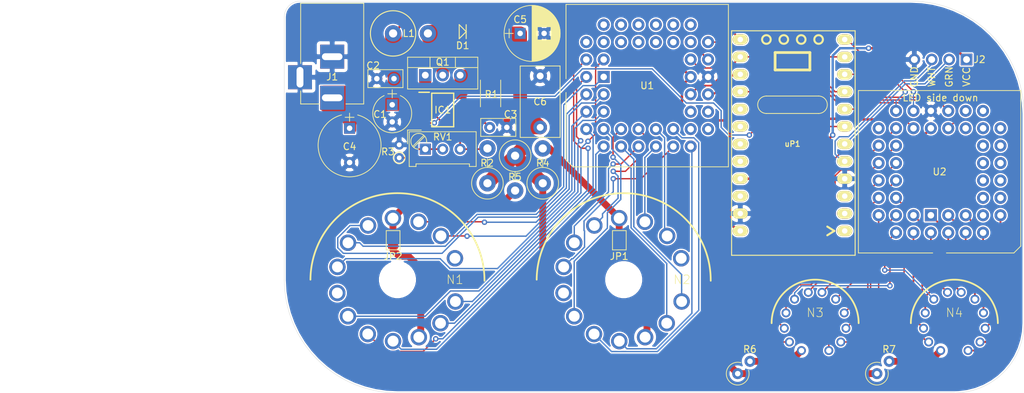
<source format=kicad_pcb>
(kicad_pcb (version 20171130) (host pcbnew "(5.1.0)-1")
  (title_block (title "Nixie Tube Clock") (date 2019-04-10) (company "Spencer Kulbacki") (comment 1 "Uses GPS to set time"))
  (layers (0 F.Cu signal) (31 B.Cu signal) (34 B.Paste user) (35 F.Paste user) (36 B.SilkS user) (37 F.SilkS user) (38 B.Mask user) (39 F.Mask user) (44 Edge.Cuts user))
  (net 0 "")
  (net 1 GND)
  (net 2 +12V)
  (net 3 "Net-(C3-Pad1)")
  (net 4 /HV_170-200)
  (net 5 "Net-(D1-Pad2)")
  (net 6 "Net-(IC1-Pad1)")
  (net 7 "Net-(IC1-Pad3)")
  (net 8 /Shdn_HV)
  (net 9 "Net-(IC1-Pad8)")
  (net 10 "Net-(J2-Pad4)")
  (net 11 "Net-(J2-Pad3)")
  (net 12 "Net-(J2-Pad2)")
  (net 13 "Net-(JP1-Pad1)")
  (net 14 "Net-(JP1-Pad2)")
  (net 15 "Net-(JP2-Pad2)")
  (net 16 "Net-(JP2-Pad1)")
  (net 17 "Net-(N1-Pad9)")
  (net 18 "Net-(N1-Pad8)")
  (net 19 "Net-(N1-Pad7)")
  (net 20 "Net-(N1-Pad6)")
  (net 21 "Net-(N1-Pad5)")
  (net 22 "Net-(N1-Pad4)")
  (net 23 "Net-(N1-Pad3)")
  (net 24 "Net-(N1-Pad2)")
  (net 25 "Net-(N1-Pad1)")
  (net 26 "Net-(N1-Pad0)")
  (net 27 "Net-(N2-Pad0)")
  (net 28 "Net-(N2-Pad1)")
  (net 29 "Net-(N2-Pad2)")
  (net 30 "Net-(N2-Pad3)")
  (net 31 "Net-(N2-Pad4)")
  (net 32 "Net-(N2-Pad5)")
  (net 33 "Net-(N2-Pad6)")
  (net 34 "Net-(N2-Pad7)")
  (net 35 "Net-(N2-Pad8)")
  (net 36 "Net-(N2-Pad9)")
  (net 37 "Net-(N3-PadA)")
  (net 38 "Net-(N3-Pad9)")
  (net 39 "Net-(N3-Pad8)")
  (net 40 "Net-(N3-Pad7)")
  (net 41 "Net-(N3-Pad6)")
  (net 42 "Net-(N3-Pad5)")
  (net 43 "Net-(N3-Pad4)")
  (net 44 "Net-(N3-Pad3)")
  (net 45 "Net-(N3-Pad2)")
  (net 46 "Net-(N3-Pad1)")
  (net 47 "Net-(N3-Pad0)")
  (net 48 "Net-(N3-Pad.)")
  (net 49 "Net-(N4-Pad.)")
  (net 50 "Net-(N4-Pad0)")
  (net 51 "Net-(N4-Pad1)")
  (net 52 "Net-(N4-Pad2)")
  (net 53 "Net-(N4-Pad3)")
  (net 54 "Net-(N4-Pad4)")
  (net 55 "Net-(N4-Pad5)")
  (net 56 "Net-(N4-Pad6)")
  (net 57 "Net-(N4-Pad7)")
  (net 58 "Net-(N4-Pad8)")
  (net 59 "Net-(N4-Pad9)")
  (net 60 "Net-(N4-PadA)")
  (net 61 "Net-(R3-Pad1)")
  (net 62 "Net-(U1-Pad39)")
  (net 63 "Net-(U1-Pad37)")
  (net 64 "Net-(U1-Pad35)")
  (net 65 "Net-(U1-Pad33)")
  (net 66 "Net-(U1-Pad31)")
  (net 67 "Net-(U1-Pad29)")
  (net 68 "Net-(U1-Pad40)")
  (net 69 "Net-(U1-Pad38)")
  (net 70 "Net-(U1-Pad36)")
  (net 71 "Net-(U1-Pad34)")
  (net 72 "Net-(U1-Pad32)")
  (net 73 "Net-(U1-Pad30)")
  (net 74 /BlankHr)
  (net 75 /LatchHr)
  (net 76 /InvertHr)
  (net 77 "Net-(U1-Pad20)")
  (net 78 "Net-(U1-Pad18)")
  (net 79 /DataHr)
  (net 80 /CLK)
  (net 81 "Net-(U1-Pad21)")
  (net 82 "Net-(U1-Pad19)")
  (net 83 "Net-(U1-Pad41)")
  (net 84 "Net-(U2-Pad19)")
  (net 85 "Net-(U2-Pad21)")
  (net 86 /DataMin)
  (net 87 "Net-(U2-Pad29)")
  (net 88 "Net-(U2-Pad18)")
  (net 89 "Net-(U2-Pad20)")
  (net 90 /InvertMin)
  (net 91 /LatchMin)
  (net 92 /BlankMin)
  (net 93 "Net-(uP1-PadRST)")
  (net 94 "Net-(uP1-PadA3)")
  (net 95 "Net-(uP1-PadA2)")
  (net 96 "Net-(uP1-PadA1)")
  (net 97 "Net-(uP1-PadA0)")
  (net 98 "Net-(uP1-PadRX)")
  (net 99 "Net-(uP1-PadTX)")
  (net 100 "Net-(U2-Pad8)")
  (net 101 "Net-(U2-Pad10)")
  (net 102 "Net-(U2-Pad12)")
  (net 103 "Net-(U2-Pad14)")
  (net 104 "Net-(U2-Pad16)")
  (net 105 "Net-(U2-Pad9)")
  (net 106 "Net-(U2-Pad11)")
  (net 107 "Net-(U2-Pad13)")
  (net 108 "Net-(U2-Pad15)")
  (net 109 "Net-(U2-Pad17)")
  (module NixieClock:GPS_BN180 (layer F.Cu) (at 173.228 55.499 270)
    (fp_text reference J2 (at 1.27 3.175) (layer F.SilkS))
    (fp_text value GPS)
    (fp_text user WHT (at 3.81 10.16 270) (layer F.SilkS))
    (fp_text user GRN (at 3.81 7.62 270) (layer F.SilkS))
    (fp_text user VCC (at 3.81 5.08 270) (layer F.SilkS))
    (fp_text user "LED side down" (at 6.858 8.89 180) (layer F.SilkS))
    (fp_text user GND (at 3.81 12.7 270) (layer F.SilkS))
    (pad 4 thru_hole rect (at 1.27 5.08 270) (size 1.7 1.7) (drill 1) (layers *.Cu *.Mask) (net 10 "Net-(J2-Pad4)"))
    (pad 3 thru_hole oval (at 1.27 7.62 270) (size 1.7 1.7) (drill 1) (layers *.Cu *.Mask) (net 11 "Net-(J2-Pad3)"))
    (pad 2 thru_hole oval (at 1.27 10.16 270) (size 1.7 1.7) (drill 1) (layers *.Cu *.Mask) (net 12 "Net-(J2-Pad2)"))
    (pad 1 thru_hole oval (at 1.27 12.7 270) (size 1.7 1.7) (drill 1) (layers *.Cu *.Mask) (net 1 GND))
  )
  (module Diodes_SMD:D_SMB (layer F.Cu) (at 94.615 52.705 180)
    (fp_text reference D1 (at 0 -2.032 180) (layer F.SilkS))
    (fp_text value ES2F)
    (pad 1 smd rect (at -2.15 0 180) (size 2.5 2.3) (layers F.Cu F.Paste F.Mask) (net 4 /HV_170-200))
    (pad 2 smd rect (at 2.15 0 180) (size 2.5 2.3) (layers F.Cu F.Paste F.Mask) (net 5 "Net-(D1-Pad2)"))
  )
  (module Inductors_THT:L_Axial_L26.0mm_D9.0mm_P5.08mm_Vertical_Fastron_77A (layer F.Cu) (at 84.455 52.959)
    (fp_text reference L1 (at 2.286 0) (layer F.SilkS))
    (fp_text value 100uH)
    (pad 2 thru_hole oval (at 5.08 0) (size 2.4 2.4) (drill 1.2) (layers *.Cu *.Mask) (net 5 "Net-(D1-Pad2)"))
    (pad 1 thru_hole circle (at 0 0) (size 2.4 2.4) (drill 1.2) (layers *.Cu *.Mask) (net 2 +12V))
  )
  (module nixies-us:nixies-us-IN-8-2 (layer F.Cu) (at 166.37 95.25)
    (fp_text reference N4 (at 0 -1.524 180) (layer F.SilkS) (effects (font (size 1.27 1.27) (thickness 0.1016))))
    (fp_text value Min_Ones_IN-8-2 hide)
    (pad . thru_hole circle (at -2.99974 -3.49758) (size 1.30556 1.30556) (drill 0.79756) (layers *.Cu *.Paste *.Mask) (net 49 "Net-(N4-Pad.)"))
    (pad 0 thru_hole circle (at -3.74904 2.74828) (size 1.30556 1.30556) (drill 0.79756) (layers *.Cu *.Paste *.Mask) (net 50 "Net-(N4-Pad0)"))
    (pad 1 thru_hole circle (at 1.99898 3.99796) (size 1.30556 1.30556) (drill 0.79756) (layers *.Cu *.Paste *.Mask) (net 51 "Net-(N4-Pad1)"))
    (pad 2 thru_hole circle (at 3.74904 2.74828) (size 1.30556 1.30556) (drill 0.79756) (layers *.Cu *.Paste *.Mask) (net 52 "Net-(N4-Pad2)"))
    (pad 3 thru_hole circle (at 4.49834 0.7493) (size 1.30556 1.30556) (drill 0.79756) (layers *.Cu *.Paste *.Mask) (net 53 "Net-(N4-Pad3)"))
    (pad 4 thru_hole circle (at 4.24942 -1.4986) (size 1.30556 1.30556) (drill 0.79756) (layers *.Cu *.Paste *.Mask) (net 54 "Net-(N4-Pad4)"))
    (pad 5 thru_hole circle (at 2.99974 -3.49758) (size 1.30556 1.30556) (drill 0.79756) (layers *.Cu *.Paste *.Mask) (net 55 "Net-(N4-Pad5)"))
    (pad 6 thru_hole circle (at 0.99822 -4.49834) (size 1.30556 1.30556) (drill 0.79756) (layers *.Cu *.Paste *.Mask) (net 56 "Net-(N4-Pad6)"))
    (pad 7 thru_hole circle (at -0.99822 -4.49834) (size 1.30556 1.30556) (drill 0.79756) (layers *.Cu *.Paste *.Mask) (net 57 "Net-(N4-Pad7)"))
    (pad 8 thru_hole circle (at -4.24942 -1.4986) (size 1.30556 1.30556) (drill 0.79756) (layers *.Cu *.Paste *.Mask) (net 58 "Net-(N4-Pad8)"))
    (pad 9 thru_hole circle (at -4.49834 0.7493) (size 1.30556 1.30556) (drill 0.79756) (layers *.Cu *.Paste *.Mask) (net 59 "Net-(N4-Pad9)"))
    (pad A thru_hole circle (at -1.99898 3.99796) (size 1.30556 1.30556) (drill 0.79756) (layers *.Cu *.Paste *.Mask) (net 60 "Net-(N4-PadA)"))
  )
  (module nixies-us:nixies-us-IN-8-2 (layer F.Cu) (at 146.05 95.25)
    (fp_text reference N3 (at 0 -1.524 180) (layer F.SilkS) (effects (font (size 1.27 1.27) (thickness 0.1016))))
    (fp_text value Min_Tens_IN-8-2 hide)
    (pad A thru_hole circle (at -1.99898 3.99796) (size 1.30556 1.30556) (drill 0.79756) (layers *.Cu *.Paste *.Mask) (net 37 "Net-(N3-PadA)"))
    (pad 9 thru_hole circle (at -4.49834 0.7493) (size 1.30556 1.30556) (drill 0.79756) (layers *.Cu *.Paste *.Mask) (net 38 "Net-(N3-Pad9)"))
    (pad 8 thru_hole circle (at -4.24942 -1.4986) (size 1.30556 1.30556) (drill 0.79756) (layers *.Cu *.Paste *.Mask) (net 39 "Net-(N3-Pad8)"))
    (pad 7 thru_hole circle (at -0.99822 -4.49834) (size 1.30556 1.30556) (drill 0.79756) (layers *.Cu *.Paste *.Mask) (net 40 "Net-(N3-Pad7)"))
    (pad 6 thru_hole circle (at 0.99822 -4.49834) (size 1.30556 1.30556) (drill 0.79756) (layers *.Cu *.Paste *.Mask) (net 41 "Net-(N3-Pad6)"))
    (pad 5 thru_hole circle (at 2.99974 -3.49758) (size 1.30556 1.30556) (drill 0.79756) (layers *.Cu *.Paste *.Mask) (net 42 "Net-(N3-Pad5)"))
    (pad 4 thru_hole circle (at 4.24942 -1.4986) (size 1.30556 1.30556) (drill 0.79756) (layers *.Cu *.Paste *.Mask) (net 43 "Net-(N3-Pad4)"))
    (pad 3 thru_hole circle (at 4.49834 0.7493) (size 1.30556 1.30556) (drill 0.79756) (layers *.Cu *.Paste *.Mask) (net 44 "Net-(N3-Pad3)"))
    (pad 2 thru_hole circle (at 3.74904 2.74828) (size 1.30556 1.30556) (drill 0.79756) (layers *.Cu *.Paste *.Mask) (net 45 "Net-(N3-Pad2)"))
    (pad 1 thru_hole circle (at 1.99898 3.99796) (size 1.30556 1.30556) (drill 0.79756) (layers *.Cu *.Paste *.Mask) (net 46 "Net-(N3-Pad1)"))
    (pad 0 thru_hole circle (at -3.74904 2.74828) (size 1.30556 1.30556) (drill 0.79756) (layers *.Cu *.Paste *.Mask) (net 47 "Net-(N3-Pad0)"))
    (pad . thru_hole circle (at -2.99974 -3.49758) (size 1.30556 1.30556) (drill 0.79756) (layers *.Cu *.Paste *.Mask) (net 48 "Net-(N3-Pad.)"))
  )
  (module nixies-us:nixies-us-IN-18-DSUB (layer F.Cu) (at 85.09 88.9)
    (fp_text reference N1 (at 8.382 0 180) (layer F.SilkS) (effects (font (size 1.27 1.27) (thickness 0.1016))))
    (fp_text value Hour_Tens_IN-18 hide)
    (pad "" np_thru_hole circle (at 0 0) (size 4.99872 4.99872) (drill 4.99872) (layers *.Cu *.Mask))
    (pad N/C2 thru_hole circle (at -8.78078 1.94818) (size 2.39776 2.39776) (drill 1.59766) (layers *.Cu *.Paste *.Mask))
    (pad N/C thru_hole circle (at 8.39216 -3.12166) (size 2.39776 2.39776) (drill 1.59766) (layers *.Cu *.Paste *.Mask))
    (pad A2 thru_hole circle (at 3.12166 8.39216) (size 2.39776 2.39776) (drill 1.59766) (layers *.Cu *.Paste *.Mask) (net 15 "Net-(JP2-Pad2)"))
    (pad A thru_hole circle (at -0.65786 -8.97382) (size 2.39776 2.39776) (drill 1.59766) (layers *.Cu *.Paste *.Mask) (net 16 "Net-(JP2-Pad1)"))
    (pad 9 thru_hole circle (at 8.45566 3.1877) (size 2.39776 2.39776) (drill 1.59766) (layers *.Cu *.Paste *.Mask) (net 17 "Net-(N1-Pad9)"))
    (pad 8 thru_hole circle (at -7.2263 5.34162) (size 2.39776 2.39776) (drill 1.59766) (layers *.Cu *.Paste *.Mask) (net 18 "Net-(N1-Pad8)"))
    (pad 7 thru_hole circle (at -7.2136 -5.3848) (size 2.39776 2.39776) (drill 1.59766) (layers *.Cu *.Paste *.Mask) (net 19 "Net-(N1-Pad7)"))
    (pad 6 thru_hole circle (at -4.29006 -7.90448) (size 2.39776 2.39776) (drill 1.59766) (layers *.Cu *.Paste *.Mask) (net 20 "Net-(N1-Pad6)"))
    (pad 5 thru_hole circle (at 3.08864 -8.44804) (size 2.39776 2.39776) (drill 1.59766) (layers *.Cu *.Paste *.Mask) (net 21 "Net-(N1-Pad5)"))
    (pad 4 thru_hole circle (at 6.34746 -6.38048) (size 2.39776 2.39776) (drill 1.59766) (layers *.Cu *.Paste *.Mask) (net 22 "Net-(N1-Pad4)"))
    (pad 3 thru_hole circle (at -8.75792 -1.86182) (size 2.39776 2.39776) (drill 1.59766) (layers *.Cu *.Paste *.Mask) (net 23 "Net-(N1-Pad3)"))
    (pad 2 thru_hole circle (at -4.32816 7.9375) (size 2.39776 2.39776) (drill 1.59766) (layers *.Cu *.Paste *.Mask) (net 24 "Net-(N1-Pad2)"))
    (pad 1 thru_hole circle (at -0.64262 8.97128) (size 2.39776 2.39776) (drill 1.59766) (layers *.Cu *.Paste *.Mask) (net 25 "Net-(N1-Pad1)"))
    (pad 0 thru_hole circle (at 6.28142 6.35508) (size 2.39776 2.39776) (drill 1.59766) (layers *.Cu *.Paste *.Mask) (net 26 "Net-(N1-Pad0)"))
  )
  (module nixies-us:nixies-us-IN-18-DSUB (layer F.Cu) (at 118.11 88.9)
    (fp_text reference N2 (at 8.509 0 180) (layer F.SilkS) (effects (font (size 1.27 1.27) (thickness 0.1016))))
    (fp_text value Hour_Ones_IN-18 hide)
    (pad 0 thru_hole circle (at 6.28142 6.35508) (size 2.39776 2.39776) (drill 1.59766) (layers *.Cu *.Paste *.Mask) (net 27 "Net-(N2-Pad0)"))
    (pad 1 thru_hole circle (at -0.64262 8.97128) (size 2.39776 2.39776) (drill 1.59766) (layers *.Cu *.Paste *.Mask) (net 28 "Net-(N2-Pad1)"))
    (pad 2 thru_hole circle (at -4.32816 7.9375) (size 2.39776 2.39776) (drill 1.59766) (layers *.Cu *.Paste *.Mask) (net 29 "Net-(N2-Pad2)"))
    (pad 3 thru_hole circle (at -8.75792 -1.86182) (size 2.39776 2.39776) (drill 1.59766) (layers *.Cu *.Paste *.Mask) (net 30 "Net-(N2-Pad3)"))
    (pad 4 thru_hole circle (at 6.34746 -6.38048) (size 2.39776 2.39776) (drill 1.59766) (layers *.Cu *.Paste *.Mask) (net 31 "Net-(N2-Pad4)"))
    (pad 5 thru_hole circle (at 3.08864 -8.44804) (size 2.39776 2.39776) (drill 1.59766) (layers *.Cu *.Paste *.Mask) (net 32 "Net-(N2-Pad5)"))
    (pad 6 thru_hole circle (at -4.29006 -7.90448) (size 2.39776 2.39776) (drill 1.59766) (layers *.Cu *.Paste *.Mask) (net 33 "Net-(N2-Pad6)"))
    (pad 7 thru_hole circle (at -7.2136 -5.3848) (size 2.39776 2.39776) (drill 1.59766) (layers *.Cu *.Paste *.Mask) (net 34 "Net-(N2-Pad7)"))
    (pad 8 thru_hole circle (at -7.2263 5.34162) (size 2.39776 2.39776) (drill 1.59766) (layers *.Cu *.Paste *.Mask) (net 35 "Net-(N2-Pad8)"))
    (pad 9 thru_hole circle (at 8.45566 3.1877) (size 2.39776 2.39776) (drill 1.59766) (layers *.Cu *.Paste *.Mask) (net 36 "Net-(N2-Pad9)"))
    (pad A thru_hole circle (at -0.65786 -8.97382) (size 2.39776 2.39776) (drill 1.59766) (layers *.Cu *.Paste *.Mask) (net 13 "Net-(JP1-Pad1)"))
    (pad A2 thru_hole circle (at 3.12166 8.39216) (size 2.39776 2.39776) (drill 1.59766) (layers *.Cu *.Paste *.Mask) (net 14 "Net-(JP1-Pad2)"))
    (pad N/C thru_hole circle (at 8.39216 -3.12166) (size 2.39776 2.39776) (drill 1.59766) (layers *.Cu *.Paste *.Mask))
    (pad N/C2 thru_hole circle (at -8.78078 1.94818) (size 2.39776 2.39776) (drill 1.59766) (layers *.Cu *.Paste *.Mask))
    (pad "" np_thru_hole circle (at 0 0) (size 4.99872 4.99872) (drill 4.99872) (layers *.Cu *.Mask))
  )
  (module NixieClock:pro_mini (layer F.Cu) (at 142.748 69.088 90)
    (fp_text reference uP1 (at 0 0) (layer F.SilkS) (effects (font (size 0.8 0.8) (thickness 0.16))))
    (fp_text value ARDUPROMINI)
    (pad TX thru_hole oval (at -12.7 7.62 90) (size 1.50114 2.19964) (drill 0.8001) (layers *.Cu *.Mask F.SilkS) (net 99 "Net-(uP1-PadTX)"))
    (pad RX thru_hole oval (at -10.16 7.62 90) (size 1.50114 2.19964) (drill 0.8001) (layers *.Cu *.Mask F.SilkS) (net 98 "Net-(uP1-PadRX)"))
    (pad Reset thru_hole oval (at -7.62 7.62 90) (size 1.50114 2.19964) (drill 0.8001) (layers *.Cu *.Mask F.SilkS))
    (pad GND thru_hole oval (at -5.08 7.62 90) (size 1.50114 2.19964) (drill 0.8001) (layers *.Cu *.Mask F.SilkS) (net 1 GND))
    (pad 2 thru_hole oval (at -2.54 7.62 90) (size 1.50114 2.19964) (drill 0.8001) (layers *.Cu *.Mask F.SilkS) (net 12 "Net-(J2-Pad2)"))
    (pad 3 thru_hole oval (at 0 7.62 90) (size 1.50114 2.19964) (drill 0.8001) (layers *.Cu *.Mask F.SilkS) (net 11 "Net-(J2-Pad3)"))
    (pad 4 thru_hole oval (at 2.54 7.62 90) (size 1.50114 2.19964) (drill 0.8001) (layers *.Cu *.Mask F.SilkS) (net 8 /Shdn_HV))
    (pad 5 thru_hole oval (at 5.08 7.62 90) (size 1.50114 2.19964) (drill 0.8001) (layers *.Cu *.Mask F.SilkS) (net 86 /DataMin))
    (pad 6 thru_hole oval (at 7.62 7.62 90) (size 1.50114 2.19964) (drill 0.8001) (layers *.Cu *.Mask F.SilkS) (net 79 /DataHr))
    (pad 7 thru_hole oval (at 10.16 7.62 90) (size 1.50114 2.19964) (drill 0.8001) (layers *.Cu *.Mask F.SilkS) (net 92 /BlankMin))
    (pad 8 thru_hole oval (at 12.7 7.62 90) (size 1.50114 2.19964) (drill 0.8001) (layers *.Cu *.Mask F.SilkS) (net 74 /BlankHr))
    (pad 9 thru_hole oval (at 15.24 7.62 90) (size 1.50114 2.19964) (drill 0.8001) (layers *.Cu *.Mask F.SilkS) (net 91 /LatchMin))
    (pad 10 thru_hole oval (at 15.24 -7.62 90) (size 1.50114 2.19964) (drill 0.8001) (layers *.Cu *.Mask F.SilkS) (net 75 /LatchHr))
    (pad 11 thru_hole oval (at 12.7 -7.62 90) (size 1.50114 2.19964) (drill 0.8001) (layers *.Cu *.Mask F.SilkS) (net 80 /CLK))
    (pad 12 thru_hole oval (at 10.16 -7.62 90) (size 1.50114 2.19964) (drill 0.8001) (layers *.Cu *.Mask F.SilkS) (net 76 /InvertHr))
    (pad 13 thru_hole oval (at 7.62 -7.62 90) (size 1.50114 2.19964) (drill 0.8001) (layers *.Cu *.Mask F.SilkS) (net 90 /InvertMin))
    (pad A0 thru_hole oval (at 5.08 -7.62 90) (size 1.50114 2.19964) (drill 0.8001) (layers *.Cu *.Mask F.SilkS) (net 97 "Net-(uP1-PadA0)"))
    (pad A1 thru_hole oval (at 2.54 -7.62 90) (size 1.50114 2.19964) (drill 0.8001) (layers *.Cu *.Mask F.SilkS) (net 96 "Net-(uP1-PadA1)"))
    (pad A2 thru_hole oval (at 0 -7.62 90) (size 1.50114 2.19964) (drill 0.8001) (layers *.Cu *.Mask F.SilkS) (net 95 "Net-(uP1-PadA2)"))
    (pad A3 thru_hole oval (at -2.54 -7.62 90) (size 1.50114 2.19964) (drill 0.8001) (layers *.Cu *.Mask F.SilkS) (net 94 "Net-(uP1-PadA3)"))
    (pad VCC thru_hole oval (at -5.08 -7.62 90) (size 1.50114 2.19964) (drill 0.8001) (layers *.Cu *.Mask F.SilkS) (net 10 "Net-(J2-Pad4)"))
    (pad RST thru_hole oval (at -7.62 -7.62 90) (size 1.50114 2.19964) (drill 0.8001) (layers *.Cu *.Mask F.SilkS) (net 93 "Net-(uP1-PadRST)"))
    (pad GND thru_hole oval (at -10.16 -7.62 90) (size 1.50114 2.19964) (drill 0.8001) (layers *.Cu *.Mask F.SilkS) (net 1 GND))
    (pad RAW thru_hole oval (at -12.7 -7.62 90) (size 1.50114 2.19964) (drill 0.8001) (layers *.Cu *.Mask F.SilkS) (net 2 +12V))
  )
  (module NixieClock:PLCC-44_THT-Socket (layer F.Cu) (at 115.189 59.309 90)
    (fp_text reference U1 (at -1.27 6.35 180) (layer F.SilkS))
    (fp_text value HV5622)
    (pad 1 thru_hole rect (at 0 0 90) (size 1.75 1.75) (drill 0.95) (layers *.Cu *.Mask) (net 19 "Net-(N1-Pad7)"))
    (pad 3 thru_hole circle (at -2.54 0 90) (size 1.75 1.75) (drill 0.95) (layers *.Cu *.Mask) (net 21 "Net-(N1-Pad5)"))
    (pad 5 thru_hole circle (at -5.08 0 90) (size 1.75 1.75) (drill 0.95) (layers *.Cu *.Mask) (net 23 "Net-(N1-Pad3)"))
    (pad 43 thru_hole circle (at 2.54 0 90) (size 1.75 1.75) (drill 0.95) (layers *.Cu *.Mask) (net 17 "Net-(N1-Pad9)"))
    (pad 41 thru_hole circle (at 5.08 0 90) (size 1.75 1.75) (drill 0.95) (layers *.Cu *.Mask) (net 83 "Net-(U1-Pad41)"))
    (pad 39 thru_hole circle (at 7.62 0 90) (size 1.75 1.75) (drill 0.95) (layers *.Cu *.Mask) (net 62 "Net-(U1-Pad39)"))
    (pad 2 thru_hole circle (at -2.54 -2.54 90) (size 1.75 1.75) (drill 0.95) (layers *.Cu *.Mask) (net 20 "Net-(N1-Pad6)"))
    (pad 4 thru_hole circle (at -5.08 -2.54 90) (size 1.75 1.75) (drill 0.95) (layers *.Cu *.Mask) (net 22 "Net-(N1-Pad4)"))
    (pad 6 thru_hole circle (at -7.62 -2.54 90) (size 1.75 1.75) (drill 0.95) (layers *.Cu *.Mask) (net 24 "Net-(N1-Pad2)"))
    (pad 44 thru_hole circle (at 0 -2.54 90) (size 1.75 1.75) (drill 0.95) (layers *.Cu *.Mask) (net 18 "Net-(N1-Pad8)"))
    (pad 42 thru_hole circle (at 2.54 -2.54 90) (size 1.75 1.75) (drill 0.95) (layers *.Cu *.Mask) (net 26 "Net-(N1-Pad0)"))
    (pad 40 thru_hole circle (at 5.08 -2.54 90) (size 1.75 1.75) (drill 0.95) (layers *.Cu *.Mask) (net 68 "Net-(U1-Pad40)"))
    (pad 8 thru_hole circle (at -7.62 0 90) (size 1.75 1.75) (drill 0.95) (layers *.Cu *.Mask) (net 27 "Net-(N2-Pad0)"))
    (pad 10 thru_hole circle (at -7.62 2.54 90) (size 1.75 1.75) (drill 0.95) (layers *.Cu *.Mask) (net 35 "Net-(N2-Pad8)"))
    (pad 12 thru_hole circle (at -7.62 5.08 90) (size 1.75 1.75) (drill 0.95) (layers *.Cu *.Mask) (net 33 "Net-(N2-Pad6)"))
    (pad 14 thru_hole circle (at -7.62 7.62 90) (size 1.75 1.75) (drill 0.95) (layers *.Cu *.Mask) (net 31 "Net-(N2-Pad4)"))
    (pad 16 thru_hole circle (at -7.62 10.16 90) (size 1.75 1.75) (drill 0.95) (layers *.Cu *.Mask) (net 29 "Net-(N2-Pad2)"))
    (pad 7 thru_hole circle (at -10.16 0 90) (size 1.75 1.75) (drill 0.95) (layers *.Cu *.Mask) (net 25 "Net-(N1-Pad1)"))
    (pad 9 thru_hole circle (at -10.16 2.54 90) (size 1.75 1.75) (drill 0.95) (layers *.Cu *.Mask) (net 36 "Net-(N2-Pad9)"))
    (pad 11 thru_hole circle (at -10.16 5.08 90) (size 1.75 1.75) (drill 0.95) (layers *.Cu *.Mask) (net 34 "Net-(N2-Pad7)"))
    (pad 13 thru_hole circle (at -10.16 7.62 90) (size 1.75 1.75) (drill 0.95) (layers *.Cu *.Mask) (net 32 "Net-(N2-Pad5)"))
    (pad 15 thru_hole circle (at -10.16 10.16 90) (size 1.75 1.75) (drill 0.95) (layers *.Cu *.Mask) (net 30 "Net-(N2-Pad3)"))
    (pad 17 thru_hole circle (at -10.16 12.7 90) (size 1.75 1.75) (drill 0.95) (layers *.Cu *.Mask) (net 28 "Net-(N2-Pad1)"))
    (pad 19 thru_hole circle (at -7.62 12.7 90) (size 1.75 1.75) (drill 0.95) (layers *.Cu *.Mask) (net 82 "Net-(U1-Pad19)"))
    (pad 21 thru_hole circle (at -5.08 12.7 90) (size 1.75 1.75) (drill 0.95) (layers *.Cu *.Mask) (net 81 "Net-(U1-Pad21)"))
    (pad 23 thru_hole circle (at -2.54 12.7 90) (size 1.75 1.75) (drill 0.95) (layers *.Cu *.Mask) (net 80 /CLK))
    (pad 25 thru_hole circle (at 0 12.7 90) (size 1.75 1.75) (drill 0.95) (layers *.Cu *.Mask) (net 2 +12V))
    (pad 27 thru_hole circle (at 2.54 12.7 90) (size 1.75 1.75) (drill 0.95) (layers *.Cu *.Mask) (net 79 /DataHr))
    (pad 30 thru_hole circle (at 5.08 12.7 90) (size 1.75 1.75) (drill 0.95) (layers *.Cu *.Mask) (net 73 "Net-(U1-Pad30)"))
    (pad 18 thru_hole circle (at -7.62 15.24 90) (size 1.75 1.75) (drill 0.95) (layers *.Cu *.Mask) (net 78 "Net-(U1-Pad18)"))
    (pad 20 thru_hole circle (at -5.08 15.24 90) (size 1.75 1.75) (drill 0.95) (layers *.Cu *.Mask) (net 77 "Net-(U1-Pad20)"))
    (pad 22 thru_hole circle (at -2.54 15.24 90) (size 1.75 1.75) (drill 0.95) (layers *.Cu *.Mask) (net 76 /InvertHr))
    (pad 24 thru_hole circle (at 0 15.24 90) (size 1.75 1.75) (drill 0.95) (layers *.Cu *.Mask) (net 1 GND))
    (pad 26 thru_hole circle (at 2.54 15.24 90) (size 1.75 1.75) (drill 0.95) (layers *.Cu *.Mask) (net 75 /LatchHr))
    (pad 28 thru_hole circle (at 5.08 15.24 90) (size 1.75 1.75) (drill 0.95) (layers *.Cu *.Mask) (net 74 /BlankHr))
    (pad 32 thru_hole circle (at 5.08 10.16 90) (size 1.75 1.75) (drill 0.95) (layers *.Cu *.Mask) (net 72 "Net-(U1-Pad32)"))
    (pad 34 thru_hole circle (at 5.08 7.62 90) (size 1.75 1.75) (drill 0.95) (layers *.Cu *.Mask) (net 71 "Net-(U1-Pad34)"))
    (pad 36 thru_hole circle (at 5.08 5.08 90) (size 1.75 1.75) (drill 0.95) (layers *.Cu *.Mask) (net 70 "Net-(U1-Pad36)"))
    (pad 38 thru_hole circle (at 5.08 2.54 90) (size 1.75 1.75) (drill 0.95) (layers *.Cu *.Mask) (net 69 "Net-(U1-Pad38)"))
    (pad 40 thru_hole circle (at 5.08 -2.54 90) (size 1.75 1.75) (drill 0.95) (layers *.Cu *.Mask) (net 68 "Net-(U1-Pad40)"))
    (pad 29 thru_hole circle (at 7.62 12.7 90) (size 1.75 1.75) (drill 0.95) (layers *.Cu *.Mask) (net 67 "Net-(U1-Pad29)"))
    (pad 31 thru_hole circle (at 7.62 10.16 90) (size 1.75 1.75) (drill 0.95) (layers *.Cu *.Mask) (net 66 "Net-(U1-Pad31)"))
    (pad 33 thru_hole circle (at 7.62 7.62 90) (size 1.75 1.75) (drill 0.95) (layers *.Cu *.Mask) (net 65 "Net-(U1-Pad33)"))
    (pad 35 thru_hole circle (at 7.62 5.08 90) (size 1.75 1.75) (drill 0.95) (layers *.Cu *.Mask) (net 64 "Net-(U1-Pad35)"))
    (pad 37 thru_hole circle (at 7.62 2.54 90) (size 1.75 1.75) (drill 0.95) (layers *.Cu *.Mask) (net 63 "Net-(U1-Pad37)"))
    (pad 39 thru_hole circle (at 7.62 0 90) (size 1.75 1.75) (drill 0.95) (layers *.Cu *.Mask) (net 62 "Net-(U1-Pad39)"))
  )
  (module Capacitors_THT:CP_Radial_Tantal_D5.5mm_P2.50mm (layer F.Cu) (at 84.328 63.373 270)
    (fp_text reference C1 (at 1.397 1.778) (layer F.SilkS))
    (fp_text value "10uF 25v")
    (pad 1 thru_hole rect (at 0 0 270) (size 1.6 1.6) (drill 0.8) (layers *.Cu *.Mask) (net 2 +12V))
    (pad 2 thru_hole circle (at 2.5 0 270) (size 1.6 1.6) (drill 0.8) (layers *.Cu *.Mask) (net 1 GND))
  )
  (module Resistors_THT:R_Axial_DIN0309_L9.0mm_D3.2mm_P2.54mm_Vertical (layer F.Cu) (at 155.067 102.616 45)
    (fp_text reference R7 (at 3.771708 -1.257236) (layer F.SilkS))
    (fp_text value 68k)
    (pad 2 thru_hole oval (at 2.54 0 45) (size 1.6 1.6) (drill 0.8) (layers *.Cu *.Mask) (net 60 "Net-(N4-PadA)"))
    (pad 1 thru_hole circle (at 0 0 45) (size 1.6 1.6) (drill 0.8) (layers *.Cu *.Mask) (net 4 /HV_170-200))
  )
  (module Resistors_THT:R_Axial_DIN0309_L9.0mm_D3.2mm_P2.54mm_Vertical (layer F.Cu) (at 134.747 102.616 45)
    (fp_text reference R6 (at 3.771708 -1.257236) (layer F.SilkS))
    (fp_text value 68k)
    (pad 2 thru_hole oval (at 2.54 0 45) (size 1.6 1.6) (drill 0.8) (layers *.Cu *.Mask) (net 37 "Net-(N3-PadA)"))
    (pad 1 thru_hole circle (at 0 0 45) (size 1.6 1.6) (drill 0.8) (layers *.Cu *.Mask) (net 4 /HV_170-200))
  )
  (module NixieClock:PLCC-44_THT-Socket (layer F.Cu) (at 162.941 79.502 180)
    (fp_text reference U2 (at -1.27 6.35 180) (layer F.SilkS))
    (fp_text value HV5622)
    (pad 39 thru_hole circle (at 7.62 0 180) (size 1.75 1.75) (drill 0.95) (layers *.Cu *.Mask) (net 46 "Net-(N3-Pad1)"))
    (pad 37 thru_hole circle (at 7.62 2.54 180) (size 1.75 1.75) (drill 0.95) (layers *.Cu *.Mask) (net 44 "Net-(N3-Pad3)"))
    (pad 35 thru_hole circle (at 7.62 5.08 180) (size 1.75 1.75) (drill 0.95) (layers *.Cu *.Mask) (net 42 "Net-(N3-Pad5)"))
    (pad 33 thru_hole circle (at 7.62 7.62 180) (size 1.75 1.75) (drill 0.95) (layers *.Cu *.Mask) (net 40 "Net-(N3-Pad7)"))
    (pad 31 thru_hole circle (at 7.62 10.16 180) (size 1.75 1.75) (drill 0.95) (layers *.Cu *.Mask) (net 38 "Net-(N3-Pad9)"))
    (pad 29 thru_hole circle (at 7.62 12.7 180) (size 1.75 1.75) (drill 0.95) (layers *.Cu *.Mask) (net 87 "Net-(U2-Pad29)"))
    (pad 40 thru_hole circle (at 5.08 -2.54 180) (size 1.75 1.75) (drill 0.95) (layers *.Cu *.Mask) (net 48 "Net-(N3-Pad.)"))
    (pad 38 thru_hole circle (at 5.08 2.54 180) (size 1.75 1.75) (drill 0.95) (layers *.Cu *.Mask) (net 45 "Net-(N3-Pad2)"))
    (pad 36 thru_hole circle (at 5.08 5.08 180) (size 1.75 1.75) (drill 0.95) (layers *.Cu *.Mask) (net 43 "Net-(N3-Pad4)"))
    (pad 34 thru_hole circle (at 5.08 7.62 180) (size 1.75 1.75) (drill 0.95) (layers *.Cu *.Mask) (net 41 "Net-(N3-Pad6)"))
    (pad 32 thru_hole circle (at 5.08 10.16 180) (size 1.75 1.75) (drill 0.95) (layers *.Cu *.Mask) (net 39 "Net-(N3-Pad8)"))
    (pad 28 thru_hole circle (at 5.08 15.24 180) (size 1.75 1.75) (drill 0.95) (layers *.Cu *.Mask) (net 92 /BlankMin))
    (pad 26 thru_hole circle (at 2.54 15.24 180) (size 1.75 1.75) (drill 0.95) (layers *.Cu *.Mask) (net 91 /LatchMin))
    (pad 24 thru_hole circle (at 0 15.24 180) (size 1.75 1.75) (drill 0.95) (layers *.Cu *.Mask) (net 1 GND))
    (pad 22 thru_hole circle (at -2.54 15.24 180) (size 1.75 1.75) (drill 0.95) (layers *.Cu *.Mask) (net 90 /InvertMin))
    (pad 20 thru_hole circle (at -5.08 15.24 180) (size 1.75 1.75) (drill 0.95) (layers *.Cu *.Mask) (net 89 "Net-(U2-Pad20)"))
    (pad 18 thru_hole circle (at -7.62 15.24 180) (size 1.75 1.75) (drill 0.95) (layers *.Cu *.Mask) (net 88 "Net-(U2-Pad18)"))
    (pad 30 thru_hole circle (at 5.08 12.7 180) (size 1.75 1.75) (drill 0.95) (layers *.Cu *.Mask) (net 47 "Net-(N3-Pad0)"))
    (pad 27 thru_hole circle (at 2.54 12.7 180) (size 1.75 1.75) (drill 0.95) (layers *.Cu *.Mask) (net 86 /DataMin))
    (pad 25 thru_hole circle (at 0 12.7 180) (size 1.75 1.75) (drill 0.95) (layers *.Cu *.Mask) (net 2 +12V))
    (pad 23 thru_hole circle (at -2.54 12.7 180) (size 1.75 1.75) (drill 0.95) (layers *.Cu *.Mask) (net 80 /CLK))
    (pad 21 thru_hole circle (at -5.08 12.7 180) (size 1.75 1.75) (drill 0.95) (layers *.Cu *.Mask) (net 85 "Net-(U2-Pad21)"))
    (pad 19 thru_hole circle (at -7.62 12.7 180) (size 1.75 1.75) (drill 0.95) (layers *.Cu *.Mask) (net 84 "Net-(U2-Pad19)"))
    (pad 17 thru_hole circle (at -10.16 12.7 180) (size 1.75 1.75) (drill 0.95) (layers *.Cu *.Mask) (net 109 "Net-(U2-Pad17)"))
    (pad 15 thru_hole circle (at -10.16 10.16 180) (size 1.75 1.75) (drill 0.95) (layers *.Cu *.Mask) (net 108 "Net-(U2-Pad15)"))
    (pad 13 thru_hole circle (at -10.16 7.62 180) (size 1.75 1.75) (drill 0.95) (layers *.Cu *.Mask) (net 107 "Net-(U2-Pad13)"))
    (pad 11 thru_hole circle (at -10.16 5.08 180) (size 1.75 1.75) (drill 0.95) (layers *.Cu *.Mask) (net 106 "Net-(U2-Pad11)"))
    (pad 9 thru_hole circle (at -10.16 2.54 180) (size 1.75 1.75) (drill 0.95) (layers *.Cu *.Mask) (net 105 "Net-(U2-Pad9)"))
    (pad 7 thru_hole circle (at -10.16 0 180) (size 1.75 1.75) (drill 0.95) (layers *.Cu *.Mask) (net 51 "Net-(N4-Pad1)"))
    (pad 16 thru_hole circle (at -7.62 10.16 180) (size 1.75 1.75) (drill 0.95) (layers *.Cu *.Mask) (net 104 "Net-(U2-Pad16)"))
    (pad 14 thru_hole circle (at -7.62 7.62 180) (size 1.75 1.75) (drill 0.95) (layers *.Cu *.Mask) (net 103 "Net-(U2-Pad14)"))
    (pad 12 thru_hole circle (at -7.62 5.08 180) (size 1.75 1.75) (drill 0.95) (layers *.Cu *.Mask) (net 102 "Net-(U2-Pad12)"))
    (pad 10 thru_hole circle (at -7.62 2.54 180) (size 1.75 1.75) (drill 0.95) (layers *.Cu *.Mask) (net 101 "Net-(U2-Pad10)"))
    (pad 8 thru_hole circle (at -7.62 0 180) (size 1.75 1.75) (drill 0.95) (layers *.Cu *.Mask) (net 100 "Net-(U2-Pad8)"))
    (pad 40 thru_hole circle (at 5.08 -2.54 180) (size 1.75 1.75) (drill 0.95) (layers *.Cu *.Mask) (net 48 "Net-(N3-Pad.)"))
    (pad 42 thru_hole circle (at 2.54 -2.54 180) (size 1.75 1.75) (drill 0.95) (layers *.Cu *.Mask) (net 50 "Net-(N4-Pad0)"))
    (pad 44 thru_hole circle (at 0 -2.54 180) (size 1.75 1.75) (drill 0.95) (layers *.Cu *.Mask) (net 58 "Net-(N4-Pad8)"))
    (pad 6 thru_hole circle (at -7.62 -2.54 180) (size 1.75 1.75) (drill 0.95) (layers *.Cu *.Mask) (net 52 "Net-(N4-Pad2)"))
    (pad 4 thru_hole circle (at -5.08 -2.54 180) (size 1.75 1.75) (drill 0.95) (layers *.Cu *.Mask) (net 54 "Net-(N4-Pad4)"))
    (pad 2 thru_hole circle (at -2.54 -2.54 180) (size 1.75 1.75) (drill 0.95) (layers *.Cu *.Mask) (net 56 "Net-(N4-Pad6)"))
    (pad 39 thru_hole circle (at 7.62 0 180) (size 1.75 1.75) (drill 0.95) (layers *.Cu *.Mask) (net 46 "Net-(N3-Pad1)"))
    (pad 41 thru_hole circle (at 5.08 0 180) (size 1.75 1.75) (drill 0.95) (layers *.Cu *.Mask) (net 49 "Net-(N4-Pad.)"))
    (pad 43 thru_hole circle (at 2.54 0 180) (size 1.75 1.75) (drill 0.95) (layers *.Cu *.Mask) (net 59 "Net-(N4-Pad9)"))
    (pad 5 thru_hole circle (at -5.08 0 180) (size 1.75 1.75) (drill 0.95) (layers *.Cu *.Mask) (net 53 "Net-(N4-Pad3)"))
    (pad 3 thru_hole circle (at -2.54 0 180) (size 1.75 1.75) (drill 0.95) (layers *.Cu *.Mask) (net 55 "Net-(N4-Pad5)"))
    (pad 1 thru_hole rect (at 0 0 180) (size 1.75 1.75) (drill 0.95) (layers *.Cu *.Mask) (net 57 "Net-(N4-Pad7)"))
  )
  (module Capacitors_THT:C_Disc_D5.0mm_W2.5mm_P2.50mm (layer F.Cu) (at 84.582 59.563 180)
    (fp_text reference C2 (at 3.048 1.905 180) (layer F.SilkS))
    (fp_text value 100n)
    (pad 2 thru_hole circle (at 2.5 0 180) (size 1.6 1.6) (drill 0.8) (layers *.Cu *.Mask) (net 1 GND))
    (pad 1 thru_hole circle (at 0 0 180) (size 1.6 1.6) (drill 0.8) (layers *.Cu *.Mask) (net 2 +12V))
  )
  (module Capacitors_THT:C_Disc_D5.0mm_W2.5mm_P2.50mm (layer F.Cu) (at 98.552 66.675)
    (fp_text reference C3 (at 3.048 -1.905) (layer F.SilkS))
    (fp_text value 100n)
    (pad 1 thru_hole circle (at 0 0) (size 1.6 1.6) (drill 0.8) (layers *.Cu *.Mask) (net 3 "Net-(C3-Pad1)"))
    (pad 2 thru_hole circle (at 2.5 0) (size 1.6 1.6) (drill 0.8) (layers *.Cu *.Mask) (net 1 GND))
  )
  (module Capacitors_THT:CP_Radial_Tantal_D9.0mm_P5.00mm (layer F.Cu) (at 78.105 66.802 270)
    (fp_text reference C4 (at 2.667 0) (layer F.SilkS))
    (fp_text value "100uF 35v")
    (pad 1 thru_hole rect (at 0 0 270) (size 1.6 1.6) (drill 0.8) (layers *.Cu *.Mask) (net 2 +12V))
    (pad 2 thru_hole circle (at 5 0 270) (size 1.6 1.6) (drill 0.8) (layers *.Cu *.Mask) (net 1 GND))
  )
  (module Capacitors_THT:CP_Radial_D8.0mm_P3.50mm (layer F.Cu) (at 102.997 52.959)
    (fp_text reference C5 (at 0 -2.032) (layer F.SilkS))
    (fp_text value "4u7 250v")
    (pad 1 thru_hole rect (at 0 0) (size 1.6 1.6) (drill 0.8) (layers *.Cu *.Mask) (net 4 /HV_170-200))
    (pad 2 thru_hole circle (at 3.5 0) (size 1.6 1.6) (drill 0.8) (layers *.Cu *.Mask) (net 1 GND))
  )
  (module Capacitors_THT:C_Rect_L10.3mm_W5.7mm_P7.50mm_MKS4 (layer F.Cu) (at 105.918 66.675 90)
    (fp_text reference C6 (at 3.75 0) (layer F.SilkS))
    (fp_text value "100n 250v")
    (pad 1 thru_hole circle (at 0 0 90) (size 2 2) (drill 1) (layers *.Cu *.Mask) (net 4 /HV_170-200))
    (pad 2 thru_hole circle (at 7.5 0 90) (size 2 2) (drill 1) (layers *.Cu *.Mask) (net 1 GND))
  )
  (module Connectors:BARREL_JACK (layer F.Cu) (at 75.565 62.357 270)
    (fp_text reference J1 (at -3.048 0 180) (layer F.SilkS))
    (fp_text value Barrel_Jack)
    (pad 3 thru_hole rect (at -3 4.7 270) (size 3.5 3.5) (drill oval 3 1) (layers *.Cu *.Mask) (net 1 GND))
    (pad 2 thru_hole rect (at -6 0 270) (size 3.5 3.5) (drill oval 1 3) (layers *.Cu *.Mask) (net 1 GND))
    (pad 1 thru_hole rect (at 0 0 270) (size 3.5 3.5) (drill oval 1 3) (layers *.Cu *.Mask) (net 2 +12V))
  )
  (module NixieClock:SolderJumper-2_P1.3mm_Open_TrianglePad1.0x1.5mm (layer F.Cu) (at 117.475 83.148 270)
    (fp_text reference JP1 (at 2.3484 0.0254) (layer F.SilkS))
    (fp_text value open)
    (pad 1 smd custom (at -0.725 0 270) (size 0.3 0.3) (layers F.Cu F.Mask) (net 13 "Net-(JP1-Pad1)") (options (clearance outline) (anchor rect)) (primitives (gr_poly (pts (xy -0.5 -0.75) (xy 0.5 -0.75) (xy 1 0) (xy 0.5 0.75) (xy -0.5 0.75)) (width 0))))
    (pad 2 smd custom (at 0.725 0 270) (size 0.3 0.3) (layers F.Cu F.Mask) (net 14 "Net-(JP1-Pad2)") (options (clearance outline) (anchor rect)) (primitives (gr_poly (pts (xy -0.65 -0.75) (xy 0.5 -0.75) (xy 0.5 0.75) (xy -0.65 0.75) (xy -0.15 0)) (width 0))))
  )
  (module NixieClock:SolderJumper-2_P1.3mm_Open_TrianglePad1.0x1.5mm (layer F.Cu) (at 84.455 83.148 270)
    (fp_text reference JP2 (at 2.323 0) (layer F.SilkS))
    (fp_text value open)
    (pad 2 smd custom (at 0.725 0 270) (size 0.3 0.3) (layers F.Cu F.Mask) (net 15 "Net-(JP2-Pad2)") (options (clearance outline) (anchor rect)) (primitives (gr_poly (pts (xy -0.65 -0.75) (xy 0.5 -0.75) (xy 0.5 0.75) (xy -0.65 0.75) (xy -0.15 0)) (width 0))))
    (pad 1 smd custom (at -0.725 0 270) (size 0.3 0.3) (layers F.Cu F.Mask) (net 16 "Net-(JP2-Pad1)") (options (clearance outline) (anchor rect)) (primitives (gr_poly (pts (xy -0.5 -0.75) (xy 0.5 -0.75) (xy 1 0) (xy 0.5 0.75) (xy -0.5 0.75)) (width 0))))
  )
  (module TO_SOT_Packages_THT:TO-220-3_Vertical (layer F.Cu) (at 89.154 59.055)
    (fp_text reference Q1 (at 2.54 -1.905) (layer F.SilkS))
    (fp_text value "IRF644 PBF")
    (pad 1 thru_hole rect (at 0 0) (size 1.8 1.8) (drill 1) (layers *.Cu *.Mask) (net 6 "Net-(IC1-Pad1)"))
    (pad 2 thru_hole oval (at 2.54 0) (size 1.8 1.8) (drill 1) (layers *.Cu *.Mask) (net 5 "Net-(D1-Pad2)"))
    (pad 3 thru_hole oval (at 5.08 0) (size 1.8 1.8) (drill 1) (layers *.Cu *.Mask) (net 9 "Net-(IC1-Pad8)"))
  )
  (module Resistors_SMD:R_2010 (layer F.Cu) (at 98.679 61.722 270)
    (fp_text reference R1 (at 0.127 -0.127 180) (layer F.SilkS))
    (fp_text value 0R100)
    (pad 1 smd rect (at -2.45 0 270) (size 1 2.5) (layers F.Cu F.Paste F.Mask) (net 9 "Net-(IC1-Pad8)"))
    (pad 2 smd rect (at 2.45 0 270) (size 1 2.5) (layers F.Cu F.Paste F.Mask) (net 1 GND))
  )
  (module Resistors_THT:R_Axial_DIN0204_L3.6mm_D1.6mm_P1.90mm_Vertical (layer F.Cu) (at 85.344 71.12 90)
    (fp_text reference R3 (at 0.889 -1.651) (layer F.SilkS))
    (fp_text value 10k)
    (pad 1 thru_hole circle (at 0 0 90) (size 1.4 1.4) (drill 0.7) (layers *.Cu *.Mask) (net 61 "Net-(R3-Pad1)"))
    (pad 2 thru_hole oval (at 1.9 0 90) (size 1.4 1.4) (drill 0.7) (layers *.Cu *.Mask) (net 1 GND))
  )
  (module Potentiometers:Potentiometer_Trimmer_Bourns_PV36W (layer F.Cu) (at 89.154 69.85)
    (fp_text reference RV1 (at 2.54 -1.778) (layer F.SilkS))
    (fp_text value 5k)
    (pad 1 thru_hole rect (at 0 0 180) (size 1.62 1.62) (drill 0.9) (layers *.Cu *.Mask) (net 61 "Net-(R3-Pad1)"))
    (pad 2 thru_hole circle (at 2.54 0 180) (size 1.62 1.62) (drill 0.9) (layers *.Cu *.Mask) (net 61 "Net-(R3-Pad1)"))
    (pad 3 thru_hole circle (at 5.08 0 180) (size 1.62 1.62) (drill 0.9) (layers *.Cu *.Mask) (net 7 "Net-(IC1-Pad3)"))
  )
  (module MAX1771ESA+:SOIC127P600X175-8N (layer F.Cu) (at 91.694 64.135)
    (fp_text reference IC1 (at 0 0) (layer F.SilkS))
    (fp_text value MAX1771ESA+)
    (pad 8 smd rect (at 2.712 -1.905 90) (size 0.65 1.525) (layers F.Cu F.Paste F.Mask) (net 9 "Net-(IC1-Pad8)"))
    (pad 7 smd rect (at 2.712 -0.635 90) (size 0.65 1.525) (layers F.Cu F.Paste F.Mask) (net 1 GND))
    (pad 6 smd rect (at 2.712 0.635 90) (size 0.65 1.525) (layers F.Cu F.Paste F.Mask) (net 1 GND))
    (pad 5 smd rect (at 2.712 1.905 90) (size 0.65 1.525) (layers F.Cu F.Paste F.Mask) (net 3 "Net-(C3-Pad1)"))
    (pad 4 smd rect (at -2.712 1.905 90) (size 0.65 1.525) (layers F.Cu F.Paste F.Mask) (net 8 /Shdn_HV))
    (pad 3 smd rect (at -2.712 0.635 90) (size 0.65 1.525) (layers F.Cu F.Paste F.Mask) (net 7 "Net-(IC1-Pad3)"))
    (pad 2 smd rect (at -2.712 -0.635 90) (size 0.65 1.525) (layers F.Cu F.Paste F.Mask) (net 2 +12V))
    (pad 1 smd rect (at -2.712 -1.905 90) (size 0.65 1.525) (layers F.Cu F.Paste F.Mask) (net 6 "Net-(IC1-Pad1)"))
  )
  (module Resistors_THT:R_Axial_DIN0414_L11.9mm_D4.5mm_P5.08mm_Vertical (layer F.Cu) (at 106.299 74.8284 90)
    (fp_text reference R4 (at 2.9464 0 180) (layer F.SilkS))
    (fp_text value 27k)
    (pad 1 thru_hole circle (at 0 0 90) (size 2.4 2.4) (drill 1.2) (layers *.Cu *.Mask) (net 4 /HV_170-200))
    (pad 2 thru_hole oval (at 5.08 0 90) (size 2.4 2.4) (drill 1.2) (layers *.Cu *.Mask) (net 13 "Net-(JP1-Pad1)"))
  )
  (module Resistors_THT:R_Axial_DIN0414_L11.9mm_D4.5mm_P5.08mm_Vertical (layer F.Cu) (at 102.2604 70.8152 270)
    (fp_text reference R5 (at 3.0988 0.0254) (layer F.SilkS))
    (fp_text value 27k)
    (pad 1 thru_hole circle (at 0 0 270) (size 2.4 2.4) (drill 1.2) (layers *.Cu *.Mask) (net 4 /HV_170-200))
    (pad 2 thru_hole oval (at 5.08 0 270) (size 2.4 2.4) (drill 1.2) (layers *.Cu *.Mask) (net 16 "Net-(JP2-Pad1)"))
  )
  (module Resistors_THT:R_Axial_DIN0414_L11.9mm_D4.5mm_P5.08mm_Vertical (layer F.Cu) (at 98.2218 74.8284 90)
    (fp_text reference R2 (at 2.9464 -0.0508 180) (layer F.SilkS))
    (fp_text value 1M5)
    (pad 2 thru_hole oval (at 5.08 0 90) (size 2.4 2.4) (drill 1.2) (layers *.Cu *.Mask) (net 7 "Net-(IC1-Pad3)"))
    (pad 1 thru_hole circle (at 0 0 90) (size 2.4 2.4) (drill 1.2) (layers *.Cu *.Mask) (net 4 /HV_170-200))
  )
  (gr_arc (start 70.866 50.546) (end 70.866 48.26) (angle -90) (layer Edge.Cuts) (width 0.05))
  (gr_arc (start 160.02 64.77) (end 176.53 64.77) (angle -90) (layer Edge.Cuts) (width 0.05))
  (gr_line (start 160.02 48.26) (end 70.866 48.26) (layer Edge.Cuts) (width 0.05))
  (gr_arc (start 85.09 88.9) (end 68.58 88.9) (angle -90) (layer Edge.Cuts) (width 0.05))
  (gr_arc (start 166.37 95.25) (end 166.37 105.41) (angle -90) (layer Edge.Cuts) (width 0.05))
  (gr_line (start 68.58 88.9) (end 68.58 50.546) (layer Edge.Cuts) (width 0.05))
  (gr_line (start 166.37 105.41) (end 85.09 105.41) (layer Edge.Cuts) (width 0.05))
  (gr_line (start 176.53 64.77) (end 176.53 95.25) (layer Edge.Cuts) (width 0.05))
  (segment (start 100.154728 64.172) (end 98.679 64.172) (width 1) (layer F.Cu) (net 1))
  (segment (start 101.052 66.675) (end 101.052 65.069272) (width 1) (layer F.Cu) (net 1))
  (segment (start 101.052 65.069272) (end 100.154728 64.172) (width 1) (layer F.Cu) (net 1))
  (segment (start 162.941 64.262) (end 162.941 65.062998) (width 0.2) (layer B.Cu) (net 1))
  (segment (start 135.128 79.248) (end 137.7442 79.248) (width 0.7) (layer B.Cu) (net 1))
  (segment (start 135.128 79.248) (end 133.1468 79.248) (width 0.7) (layer B.Cu) (net 1))
  (segment (start 134.77875 81.788) (end 135.128 81.788) (width 0.35) (layer F.Cu) (net 2))
  (segment (start 133.1595 66.1035) (end 133.580532 66.524532) (width 0.35) (layer F.Cu) (net 2))
  (segment (start 133.580532 66.524532) (end 133.580532 80.589782) (width 0.35) (layer F.Cu) (net 2))
  (segment (start 133.580532 80.589782) (end 134.77875 81.788) (width 0.35) (layer F.Cu) (net 2))
  (segment (start 85.654999 51.759001) (end 84.455 52.959) (width 0.35) (layer F.Cu) (net 2))
  (segment (start 87.016628 50.397372) (end 85.654999 51.759001) (width 0.35) (layer F.Cu) (net 2))
  (segment (start 125.931773 50.397372) (end 87.016628 50.397372) (width 0.35) (layer F.Cu) (net 2))
  (segment (start 126.638999 52.289001) (end 126.638999 51.104598) (width 0.35) (layer F.Cu) (net 2))
  (segment (start 126.63985 52.289852) (end 126.638999 52.289001) (width 0.35) (layer F.Cu) (net 2))
  (segment (start 126.638999 54.829001) (end 126.638999 53.628999) (width 0.35) (layer F.Cu) (net 2))
  (segment (start 126.63985 53.628148) (end 126.63985 52.289852) (width 0.35) (layer F.Cu) (net 2))
  (segment (start 126.63985 54.829852) (end 126.638999 54.829001) (width 0.35) (layer F.Cu) (net 2))
  (segment (start 126.638999 51.104598) (end 125.931773 50.397372) (width 0.35) (layer F.Cu) (net 2))
  (segment (start 126.63985 58.05985) (end 126.63985 57.369852) (width 0.35) (layer F.Cu) (net 2))
  (segment (start 126.638999 53.628999) (end 126.63985 53.628148) (width 0.35) (layer F.Cu) (net 2))
  (segment (start 126.63985 57.369852) (end 126.638999 57.369001) (width 0.35) (layer F.Cu) (net 2))
  (segment (start 127.889 59.309) (end 126.63985 58.05985) (width 0.35) (layer F.Cu) (net 2))
  (segment (start 126.638999 57.369001) (end 126.638999 56.168999) (width 0.35) (layer F.Cu) (net 2))
  (segment (start 126.638999 56.168999) (end 126.63985 56.168148) (width 0.35) (layer F.Cu) (net 2))
  (segment (start 126.63985 56.168148) (end 126.63985 54.829852) (width 0.35) (layer F.Cu) (net 2))
  (segment (start 132.715 65.659) (end 133.1595 66.1035) (width 0.35) (layer F.Cu) (net 2))
  (segment (start 127.284609 65.659) (end 132.715 65.659) (width 0.35) (layer F.Cu) (net 2))
  (segment (start 126.612079 64.98647) (end 127.284609 65.659) (width 0.35) (layer F.Cu) (net 2))
  (segment (start 127.889 59.309) (end 126.612079 60.585921) (width 0.35) (layer F.Cu) (net 2))
  (segment (start 126.612079 60.585921) (end 126.612079 64.98647) (width 0.35) (layer F.Cu) (net 2))
  (segment (start 133.84058 65.42242) (end 133.1595 66.1035) (width 0.35) (layer F.Cu) (net 2))
  (segment (start 151.18348 65.42242) (end 133.84058 65.42242) (width 0.35) (layer F.Cu) (net 2))
  (segment (start 151.276437 65.515377) (end 151.18348 65.42242) (width 0.35) (layer F.Cu) (net 2))
  (segment (start 161.690999 68.052001) (end 159.800999 68.052001) (width 0.35) (layer F.Cu) (net 2))
  (segment (start 162.941 66.802) (end 161.690999 68.052001) (width 0.35) (layer F.Cu) (net 2))
  (segment (start 159.800999 68.052001) (end 159.111001 67.362003) (width 0.35) (layer F.Cu) (net 2))
  (segment (start 159.111001 67.362003) (end 159.111001 66.201999) (width 0.35) (layer F.Cu) (net 2))
  (segment (start 159.111001 66.201999) (end 158.424379 65.515377) (width 0.35) (layer F.Cu) (net 2))
  (segment (start 158.424379 65.515377) (end 151.276437 65.515377) (width 0.35) (layer F.Cu) (net 2))
  (segment (start 97.917 66.04) (end 98.552 66.675) (width 0.25) (layer F.Cu) (net 3))
  (segment (start 94.406 66.04) (end 97.917 66.04) (width 0.25) (layer F.Cu) (net 3))
  (segment (start 104.503787 66.675) (end 105.918 66.675) (width 2) (layer F.Cu) (net 4))
  (segment (start 103.417999 67.760788) (end 104.503787 66.675) (width 2) (layer F.Cu) (net 4))
  (segment (start 103.417999 69.657601) (end 103.417999 67.760788) (width 2) (layer F.Cu) (net 4))
  (segment (start 102.2604 70.8152) (end 103.417999 69.657601) (width 2) (layer F.Cu) (net 4))
  (segment (start 102.997 63.754) (end 105.918 66.675) (width 2) (layer F.Cu) (net 4))
  (segment (start 97.019 52.959) (end 96.765 52.705) (width 2) (layer F.Cu) (net 4))
  (segment (start 102.997 52.959) (end 97.019 52.959) (width 2) (layer F.Cu) (net 4))
  (segment (start 102.2858 70.8152) (end 106.299 74.8284) (width 2) (layer F.Cu) (net 4))
  (segment (start 102.2604 70.8152) (end 102.2858 70.8152) (width 2) (layer F.Cu) (net 4))
  (segment (start 102.235 70.8152) (end 98.2218 74.8284) (width 2) (layer F.Cu) (net 4))
  (segment (start 102.2604 70.8152) (end 102.235 70.8152) (width 2) (layer F.Cu) (net 4))
  (segment (start 102.997 52.959) (end 102.997 56.6166) (width 2) (layer F.Cu) (net 4))
  (segment (start 102.997 56.6166) (end 102.997 63.754) (width 2) (layer F.Cu) (net 4))
  (segment (start 102.997 54.0004) (end 102.997 56.6166) (width 1.8) (layer F.Cu) (net 4))
  (segment (start 101.9556 52.959) (end 102.997 54.0004) (width 1.8) (layer F.Cu) (net 4))
  (segment (start 135.8231 102.616) (end 134.747 102.616) (width 1) (layer F.Cu) (net 4))
  (segment (start 155.067 102.616) (end 135.8231 102.616) (width 1) (layer F.Cu) (net 4))
  (segment (start 106.299 76.525456) (end 106.299 74.8284) (width 1) (layer F.Cu) (net 4))
  (segment (start 106.299 93.98) (end 106.299 76.525456) (width 1) (layer F.Cu) (net 4))
  (segment (start 113.161001 100.842001) (end 106.299 93.98) (width 1) (layer F.Cu) (net 4))
  (segment (start 134.747 102.616) (end 132.973001 100.842001) (width 1) (layer F.Cu) (net 4))
  (segment (start 132.973001 100.842001) (end 113.161001 100.842001) (width 1) (layer F.Cu) (net 4))
  (segment (start 89.789 52.705) (end 89.535 52.959) (width 1.8) (layer F.Cu) (net 5))
  (segment (start 89.535 52.959) (end 89.535 53.2384) (width 1.8) (layer F.Cu) (net 5))
  (segment (start 98.1202 69.85) (end 98.2218 69.7484) (width 0.25) (layer F.Cu) (net 7))
  (segment (start 94.234 69.85) (end 98.1202 69.85) (width 0.25) (layer F.Cu) (net 7))
  (segment (start 94.234 68.704488) (end 94.234 69.85) (width 0.25) (layer F.Cu) (net 7))
  (segment (start 88.982 64.77) (end 90.455604 64.77) (width 0.25) (layer F.Cu) (net 7))
  (segment (start 94.234 68.548396) (end 94.234 68.704488) (width 0.25) (layer F.Cu) (net 7))
  (segment (start 90.455604 64.77) (end 94.234 68.548396) (width 0.25) (layer F.Cu) (net 7))
  (via (at 90.474806 66.0146) (size 0.8) (drill 0.4) (layers F.Cu B.Cu) (net 8))
  (segment (start 90.449406 66.04) (end 90.474806 66.0146) (width 0.25) (layer F.Cu) (net 8))
  (segment (start 88.982 66.04) (end 90.449406 66.04) (width 0.25) (layer F.Cu) (net 8))
  (segment (start 150.368 66.548) (end 150.01875 66.548) (width 0.2) (layer B.Cu) (net 8))
  (segment (start 127.254 63.119) (end 131.2164 63.119) (width 0.2) (layer B.Cu) (net 8))
  (segment (start 132.334 66.675) (end 133.4516 67.7926) (width 0.2) (layer B.Cu) (net 8))
  (segment (start 112.084999 58.133999) (end 122.268999 58.133999) (width 0.2) (layer B.Cu) (net 8))
  (segment (start 122.268999 58.133999) (end 127.254 63.119) (width 0.2) (layer B.Cu) (net 8))
  (segment (start 132.334 64.2366) (end 132.334 66.675) (width 0.2) (layer B.Cu) (net 8))
  (segment (start 135.883115 67.7926) (end 136.4488 67.7926) (width 0.2) (layer B.Cu) (net 8))
  (segment (start 133.4516 67.7926) (end 135.883115 67.7926) (width 0.2) (layer B.Cu) (net 8))
  (segment (start 108.090598 62.1284) (end 112.084999 58.133999) (width 0.2) (layer B.Cu) (net 8))
  (segment (start 94.361006 62.1284) (end 108.090598 62.1284) (width 0.2) (layer B.Cu) (net 8))
  (segment (start 90.474806 66.0146) (end 94.361006 62.1284) (width 0.2) (layer B.Cu) (net 8))
  (segment (start 131.2164 63.119) (end 132.334 64.2366) (width 0.2) (layer B.Cu) (net 8))
  (via (at 136.4488 67.7926) (size 0.8) (drill 0.4) (layers F.Cu B.Cu) (net 8))
  (segment (start 150.368 66.548) (end 137.6934 66.548) (width 0.2) (layer F.Cu) (net 8))
  (segment (start 136.848799 67.392601) (end 136.4488 67.7926) (width 0.2) (layer F.Cu) (net 8))
  (segment (start 137.6934 66.548) (end 136.848799 67.392601) (width 0.2) (layer F.Cu) (net 8))
  (segment (start 98.462 59.055) (end 98.679 58.838) (width 0.25) (layer F.Cu) (net 9))
  (segment (start 135.128 74.168) (end 135.252 74.168) (width 0.4) (layer B.Cu) (net 10))
  (segment (start 135.128 74.168) (end 135.47725 74.168) (width 0.35) (layer F.Cu) (net 10))
  (via (at 148.6154 67.792602) (size 0.8) (drill 0.4) (layers F.Cu B.Cu) (net 10))
  (segment (start 135.47725 74.168) (end 142.240002 74.168) (width 0.35) (layer F.Cu) (net 10))
  (segment (start 148.215401 68.192601) (end 148.6154 67.792602) (width 0.35) (layer F.Cu) (net 10))
  (segment (start 142.240002 74.168) (end 148.215401 68.192601) (width 0.35) (layer F.Cu) (net 10))
  (segment (start 149.69694 55.118) (end 153.282115 55.118) (width 0.35) (layer B.Cu) (net 10))
  (segment (start 148.6154 56.19954) (end 149.69694 55.118) (width 0.35) (layer B.Cu) (net 10))
  (segment (start 148.6154 67.792602) (end 148.6154 56.19954) (width 0.35) (layer B.Cu) (net 10))
  (via (at 153.8478 55.118) (size 0.8) (drill 0.4) (layers F.Cu B.Cu) (net 10))
  (segment (start 153.282115 55.118) (end 153.8478 55.118) (width 0.35) (layer B.Cu) (net 10))
  (segment (start 154.413485 55.118) (end 153.8478 55.118) (width 0.35) (layer F.Cu) (net 10))
  (segment (start 166.4716 55.118) (end 154.413485 55.118) (width 0.35) (layer F.Cu) (net 10))
  (segment (start 168.148 56.769) (end 168.1226 56.769) (width 0.35) (layer F.Cu) (net 10))
  (segment (start 168.1226 56.769) (end 166.4716 55.118) (width 0.35) (layer F.Cu) (net 10))
  (segment (start 150.71725 69.088) (end 150.483774 68.854525) (width 0.2) (layer B.Cu) (net 11))
  (segment (start 150.71725 69.088) (end 150.368 69.088) (width 0.2) (layer B.Cu) (net 11))
  (segment (start 150.71725 68.81495) (end 150.71725 69.088) (width 0.2) (layer B.Cu) (net 11))
  (segment (start 159.2072 60.325) (end 150.71725 68.81495) (width 0.2) (layer B.Cu) (net 11))
  (segment (start 165.608 56.769) (end 162.052 60.325) (width 0.2) (layer B.Cu) (net 11))
  (segment (start 162.052 60.325) (end 159.2072 60.325) (width 0.2) (layer B.Cu) (net 11))
  (segment (start 163.068 57.4294) (end 163.068 56.769) (width 0.2) (layer B.Cu) (net 12))
  (segment (start 160.6042 59.8932) (end 163.068 57.4294) (width 0.2) (layer B.Cu) (net 12))
  (segment (start 159.0733 59.8932) (end 160.6042 59.8932) (width 0.2) (layer B.Cu) (net 12))
  (segment (start 150.01875 71.628) (end 148.96817 70.57742) (width 0.2) (layer B.Cu) (net 12))
  (segment (start 150.368 71.628) (end 150.01875 71.628) (width 0.2) (layer B.Cu) (net 12))
  (segment (start 148.96817 70.57742) (end 148.96817 68.652836) (width 0.2) (layer B.Cu) (net 12))
  (segment (start 148.96817 68.652836) (end 149.583586 68.03742) (width 0.2) (layer B.Cu) (net 12))
  (segment (start 149.583586 68.03742) (end 150.92908 68.03742) (width 0.2) (layer B.Cu) (net 12))
  (segment (start 150.92908 68.03742) (end 159.0733 59.8932) (width 0.2) (layer B.Cu) (net 12))
  (segment (start 118.332115 85.498393) (end 117.475 84.641278) (width 1) (layer F.Cu) (net 14))
  (segment (start 121.23166 97.29216) (end 121.509361 97.014459) (width 1) (layer F.Cu) (net 14))
  (segment (start 119.739448 85.498393) (end 118.332115 85.498393) (width 1) (layer F.Cu) (net 14))
  (segment (start 121.509361 87.268306) (end 119.739448 85.498393) (width 1) (layer F.Cu) (net 14))
  (segment (start 121.509361 97.014459) (end 121.509361 87.268306) (width 1) (layer F.Cu) (net 14))
  (segment (start 107.27436 69.7484) (end 106.299 69.7484) (width 1) (layer F.Cu) (net 13))
  (segment (start 117.45214 79.92618) (end 107.27436 69.7484) (width 1) (layer F.Cu) (net 13))
  (segment (start 117.45214 82.40014) (end 117.475 82.423) (width 1) (layer F.Cu) (net 13))
  (segment (start 117.45214 79.92618) (end 117.45214 82.40014) (width 1) (layer F.Cu) (net 13))
  (segment (start 117.475 84.641278) (end 117.475 84.32301) (width 1) (layer F.Cu) (net 14))
  (segment (start 88.489361 97.014459) (end 88.489361 87.268306) (width 1) (layer F.Cu) (net 15))
  (segment (start 88.21166 97.29216) (end 88.489361 97.014459) (width 1) (layer F.Cu) (net 15))
  (segment (start 88.489361 87.268306) (end 86.721694 85.500639) (width 1) (layer F.Cu) (net 15))
  (segment (start 86.721694 85.500639) (end 85.373639 85.500639) (width 1) (layer F.Cu) (net 15))
  (segment (start 85.373639 85.500639) (end 84.455 84.582) (width 1) (layer F.Cu) (net 15))
  (segment (start 84.455 84.582) (end 84.455 84.32301) (width 1) (layer F.Cu) (net 15))
  (segment (start 85.631019 78.727301) (end 84.43214 79.92618) (width 1) (layer F.Cu) (net 16))
  (segment (start 86.53272 77.8256) (end 85.631019 78.727301) (width 1) (layer F.Cu) (net 16))
  (segment (start 100.33 77.8256) (end 86.53272 77.8256) (width 1) (layer F.Cu) (net 16))
  (segment (start 102.2604 75.8952) (end 100.33 77.8256) (width 1) (layer F.Cu) (net 16))
  (segment (start 84.43214 82.40014) (end 84.455 82.423) (width 1) (layer F.Cu) (net 16))
  (segment (start 84.43214 79.92618) (end 84.43214 82.40014) (width 1) (layer F.Cu) (net 16))
  (segment (start 112.903 68.707) (end 114.013999 67.596001) (width 0.2) (layer F.Cu) (net 17))
  (segment (start 114.013999 67.596001) (end 114.013999 57.944001) (width 0.2) (layer F.Cu) (net 17))
  (segment (start 114.013999 57.944001) (end 115.189 56.769) (width 0.2) (layer F.Cu) (net 17))
  (via (at 112.903 68.707) (size 0.8) (drill 0.4) (layers F.Cu B.Cu) (net 17))
  (segment (start 112.903 68.707) (end 111.870011 69.739989) (width 0.2) (layer B.Cu) (net 17))
  (segment (start 111.870011 76.228589) (end 96.0109 92.0877) (width 0.2) (layer B.Cu) (net 17))
  (segment (start 111.870011 69.739989) (end 111.870011 76.228589) (width 0.2) (layer B.Cu) (net 17))
  (segment (start 96.0109 92.0877) (end 93.54566 92.0877) (width 0.2) (layer B.Cu) (net 17))
  (segment (start 111.233001 68.033027) (end 111.233001 60.724999) (width 0.2) (layer F.Cu) (net 18))
  (segment (start 111.829987 68.630013) (end 111.233001 68.033027) (width 0.2) (layer F.Cu) (net 18))
  (segment (start 111.233001 60.724999) (end 112.649 59.309) (width 0.2) (layer F.Cu) (net 18))
  (via (at 111.829987 68.630013) (size 0.8) (drill 0.4) (layers F.Cu B.Cu) (net 18))
  (segment (start 92.837 90.551) (end 89.14638 94.24162) (width 0.2) (layer B.Cu) (net 18))
  (segment (start 111.829987 68.630013) (end 111.429988 69.030012) (width 0.2) (layer B.Cu) (net 18))
  (segment (start 96.9819 90.551) (end 92.837 90.551) (width 0.2) (layer B.Cu) (net 18))
  (segment (start 89.14638 94.24162) (end 77.8637 94.24162) (width 0.2) (layer B.Cu) (net 18))
  (segment (start 111.429988 76.102912) (end 96.9819 90.551) (width 0.2) (layer B.Cu) (net 18))
  (segment (start 111.429988 69.030012) (end 111.429988 76.102912) (width 0.2) (layer B.Cu) (net 18))
  (segment (start 79.571872 83.5152) (end 77.8764 83.5152) (width 0.2) (layer B.Cu) (net 19))
  (segment (start 80.075073 84.018401) (end 79.571872 83.5152) (width 0.2) (layer B.Cu) (net 19))
  (segment (start 92.072899 84.018401) (end 80.075073 84.018401) (width 0.2) (layer B.Cu) (net 19))
  (segment (start 96.7163 79.375) (end 92.072899 84.018401) (width 0.2) (layer B.Cu) (net 19))
  (segment (start 115.189 59.309) (end 113.919 60.579) (width 0.2) (layer B.Cu) (net 19))
  (segment (start 113.919 60.579) (end 112.179998 60.579) (width 0.2) (layer B.Cu) (net 19))
  (segment (start 109.347 63.411998) (end 109.347 75.3574) (width 0.2) (layer B.Cu) (net 19))
  (segment (start 112.179998 60.579) (end 109.347 63.411998) (width 0.2) (layer B.Cu) (net 19))
  (segment (start 109.347 75.3574) (end 105.3294 79.375) (width 0.2) (layer B.Cu) (net 19))
  (segment (start 105.3294 79.375) (end 96.7163 79.375) (width 0.2) (layer B.Cu) (net 19))
  (segment (start 80.79994 80.99552) (end 78.177735 80.99552) (width 0.2) (layer B.Cu) (net 20))
  (segment (start 78.177735 80.99552) (end 76.377519 82.795736) (width 0.2) (layer B.Cu) (net 20))
  (segment (start 76.377519 84.234664) (end 77.201731 85.058876) (width 0.2) (layer B.Cu) (net 20))
  (segment (start 109.747011 75.523089) (end 109.747011 64.750989) (width 0.2) (layer B.Cu) (net 20))
  (segment (start 109.747011 64.750989) (end 111.774001 62.723999) (width 0.2) (layer B.Cu) (net 20))
  (segment (start 105.495089 79.775011) (end 109.747011 75.523089) (width 0.2) (layer B.Cu) (net 20))
  (segment (start 76.377519 82.795736) (end 76.377519 84.234664) (width 0.2) (layer B.Cu) (net 20))
  (segment (start 96.881989 79.775011) (end 105.495089 79.775011) (width 0.2) (layer B.Cu) (net 20))
  (segment (start 91.598124 85.058876) (end 96.881989 79.775011) (width 0.2) (layer B.Cu) (net 20))
  (segment (start 111.774001 62.723999) (end 112.649 61.849) (width 0.2) (layer B.Cu) (net 20))
  (segment (start 77.201731 85.058876) (end 91.598124 85.058876) (width 0.2) (layer B.Cu) (net 20))
  (segment (start 97.72396 80.45196) (end 97.79 80.518) (width 0.2) (layer F.Cu) (net 21))
  (segment (start 88.17864 80.45196) (end 97.72396 80.45196) (width 0.2) (layer F.Cu) (net 21))
  (via (at 97.79 80.518) (size 0.8) (drill 0.4) (layers F.Cu B.Cu) (net 21))
  (segment (start 98.355685 80.518) (end 97.79 80.518) (width 0.2) (layer B.Cu) (net 21))
  (segment (start 113.919 63.119) (end 111.9447 63.119) (width 0.2) (layer B.Cu) (net 21))
  (segment (start 115.189 61.849) (end 113.919 63.119) (width 0.2) (layer B.Cu) (net 21))
  (segment (start 111.9447 63.119) (end 110.147022 64.916678) (width 0.2) (layer B.Cu) (net 21))
  (segment (start 110.147022 64.916678) (end 110.147022 75.688778) (width 0.2) (layer B.Cu) (net 21))
  (segment (start 110.147022 75.688778) (end 105.3178 80.518) (width 0.2) (layer B.Cu) (net 21))
  (segment (start 105.3178 80.518) (end 98.355685 80.518) (width 0.2) (layer B.Cu) (net 21))
  (via (at 95.25 82.55) (size 0.8) (drill 0.4) (layers F.Cu B.Cu) (net 22))
  (segment (start 91.43746 82.51952) (end 95.21952 82.51952) (width 0.2) (layer F.Cu) (net 22))
  (segment (start 95.21952 82.51952) (end 95.25 82.55) (width 0.2) (layer F.Cu) (net 22))
  (segment (start 95.815685 82.55) (end 95.25 82.55) (width 0.2) (layer B.Cu) (net 22))
  (segment (start 103.8515 82.55) (end 95.815685 82.55) (width 0.2) (layer B.Cu) (net 22))
  (segment (start 110.547033 75.854467) (end 103.8515 82.55) (width 0.2) (layer B.Cu) (net 22))
  (segment (start 110.547033 66.490967) (end 110.547033 75.854467) (width 0.2) (layer B.Cu) (net 22))
  (segment (start 112.649 64.389) (end 110.547033 66.490967) (width 0.2) (layer B.Cu) (net 22))
  (segment (start 114.314001 65.263999) (end 115.189 64.389) (width 0.2) (layer B.Cu) (net 23))
  (segment (start 113.919 65.659) (end 114.314001 65.263999) (width 0.2) (layer B.Cu) (net 23))
  (segment (start 112.141 65.659) (end 113.919 65.659) (width 0.2) (layer B.Cu) (net 23))
  (segment (start 110.947044 66.852956) (end 112.141 65.659) (width 0.2) (layer B.Cu) (net 23))
  (segment (start 77.530959 85.839301) (end 91.324776 85.839301) (width 0.2) (layer B.Cu) (net 23))
  (segment (start 76.33208 87.03818) (end 77.530959 85.839301) (width 0.2) (layer B.Cu) (net 23))
  (segment (start 92.762696 87.277221) (end 99.689979 87.277221) (width 0.2) (layer B.Cu) (net 23))
  (segment (start 99.689979 87.277221) (end 110.947044 76.020156) (width 0.2) (layer B.Cu) (net 23))
  (segment (start 91.324776 85.839301) (end 92.762696 87.277221) (width 0.2) (layer B.Cu) (net 23))
  (segment (start 110.947044 76.020156) (end 110.947044 66.852956) (width 0.2) (layer B.Cu) (net 23))
  (via (at 90.677998 97.536032) (size 0.8) (drill 0.4) (layers F.Cu B.Cu) (net 24))
  (segment (start 83.294501 99.370161) (end 88.843869 99.370161) (width 0.2) (layer F.Cu) (net 24))
  (segment (start 88.843869 99.370161) (end 90.277999 97.936031) (width 0.2) (layer F.Cu) (net 24))
  (segment (start 80.76184 96.8375) (end 83.294501 99.370161) (width 0.2) (layer F.Cu) (net 24))
  (segment (start 90.277999 97.936031) (end 90.677998 97.536032) (width 0.2) (layer F.Cu) (net 24))
  (segment (start 112.649 66.929) (end 113.645989 67.925989) (width 0.2) (layer B.Cu) (net 24))
  (segment (start 113.645989 75.584011) (end 91.693968 97.536032) (width 0.2) (layer B.Cu) (net 24))
  (segment (start 113.645989 67.925989) (end 113.645989 75.584011) (width 0.2) (layer B.Cu) (net 24))
  (segment (start 91.693968 97.536032) (end 91.243683 97.536032) (width 0.2) (layer B.Cu) (net 24))
  (segment (start 91.243683 97.536032) (end 90.677998 97.536032) (width 0.2) (layer B.Cu) (net 24))
  (segment (start 85.646259 99.070159) (end 84.44738 97.87128) (width 0.2) (layer B.Cu) (net 25))
  (segment (start 85.656418 99.06) (end 85.646259 99.070159) (width 0.2) (layer B.Cu) (net 25))
  (segment (start 90.805 99.06) (end 85.656418 99.06) (width 0.2) (layer B.Cu) (net 25))
  (segment (start 114.046 75.819) (end 90.805 99.06) (width 0.2) (layer B.Cu) (net 25))
  (segment (start 115.189 69.469) (end 114.046 70.612) (width 0.2) (layer B.Cu) (net 25))
  (segment (start 114.046 70.612) (end 114.046 75.819) (width 0.2) (layer B.Cu) (net 25))
  (segment (start 110.805998 58.612002) (end 112.649 56.769) (width 0.2) (layer F.Cu) (net 26))
  (segment (start 110.805998 68.641998) (end 110.805998 58.612002) (width 0.2) (layer F.Cu) (net 26))
  (segment (start 112.903 69.723) (end 111.887 69.723) (width 0.2) (layer F.Cu) (net 26))
  (segment (start 93.40922 95.25508) (end 91.37142 95.25508) (width 0.2) (layer B.Cu) (net 26))
  (via (at 112.903 69.723) (size 0.8) (drill 0.4) (layers F.Cu B.Cu) (net 26))
  (segment (start 111.887 69.723) (end 110.805998 68.641998) (width 0.2) (layer F.Cu) (net 26))
  (segment (start 112.903 69.723) (end 112.903 75.7613) (width 0.2) (layer B.Cu) (net 26))
  (segment (start 112.903 75.7613) (end 93.40922 95.25508) (width 0.2) (layer B.Cu) (net 26))
  (segment (start 116.063999 67.803999) (end 115.189 66.929) (width 0.2) (layer B.Cu) (net 27))
  (segment (start 116.364001 69.812701) (end 116.364001 68.104001) (width 0.2) (layer B.Cu) (net 27))
  (segment (start 119.1895 72.6382) (end 116.364001 69.812701) (width 0.2) (layer B.Cu) (net 27))
  (segment (start 116.364001 68.104001) (end 116.063999 67.803999) (width 0.2) (layer B.Cu) (net 27))
  (segment (start 119.1895 81.3435) (end 119.1895 72.6382) (width 0.2) (layer B.Cu) (net 27))
  (segment (start 124.39142 86.54542) (end 119.1895 81.3435) (width 0.2) (layer B.Cu) (net 27))
  (segment (start 124.39142 95.25508) (end 124.39142 86.54542) (width 0.2) (layer B.Cu) (net 27))
  (segment (start 128.064541 69.644541) (end 127.889 69.469) (width 0.2) (layer B.Cu) (net 28))
  (segment (start 128.064541 93.800304) (end 128.064541 69.644541) (width 0.2) (layer B.Cu) (net 28))
  (segment (start 122.873804 98.991041) (end 128.064541 93.800304) (width 0.2) (layer B.Cu) (net 28))
  (segment (start 117.46738 97.87128) (end 118.587141 98.991041) (width 0.2) (layer B.Cu) (net 28))
  (segment (start 118.587141 98.991041) (end 122.873804 98.991041) (width 0.2) (layer B.Cu) (net 28))
  (segment (start 126.223999 67.803999) (end 125.349 66.929) (width 0.2) (layer B.Cu) (net 29))
  (segment (start 126.619 68.199) (end 126.223999 67.803999) (width 0.2) (layer B.Cu) (net 29))
  (segment (start 116.335391 99.391051) (end 123.039493 99.391051) (width 0.2) (layer B.Cu) (net 29))
  (segment (start 113.78184 96.8375) (end 116.335391 99.391051) (width 0.2) (layer B.Cu) (net 29))
  (segment (start 123.039493 99.391051) (end 129.064001 93.366543) (width 0.2) (layer B.Cu) (net 29))
  (segment (start 129.064001 93.366543) (end 129.064001 68.904999) (width 0.2) (layer B.Cu) (net 29))
  (segment (start 129.064001 68.904999) (end 128.358002 68.199) (width 0.2) (layer B.Cu) (net 29))
  (segment (start 128.358002 68.199) (end 126.619 68.199) (width 0.2) (layer B.Cu) (net 29))
  (segment (start 109.35208 87.03818) (end 110.550959 85.839301) (width 0.2) (layer B.Cu) (net 30))
  (segment (start 110.550959 85.839301) (end 110.698999 85.839301) (width 0.2) (layer B.Cu) (net 30))
  (segment (start 110.698999 85.839301) (end 112.395281 84.143019) (width 0.2) (layer B.Cu) (net 30))
  (segment (start 117.153197 74.168) (end 116.587512 74.168) (width 0.2) (layer F.Cu) (net 30))
  (segment (start 112.321059 81.714984) (end 112.321059 80.341088) (width 0.2) (layer B.Cu) (net 30))
  (segment (start 125.349 69.469) (end 120.65 74.168) (width 0.2) (layer F.Cu) (net 30))
  (segment (start 120.65 74.168) (end 117.153197 74.168) (width 0.2) (layer F.Cu) (net 30))
  (segment (start 112.321059 80.341088) (end 116.587512 76.074635) (width 0.2) (layer B.Cu) (net 30))
  (segment (start 116.587512 76.074635) (end 116.587512 74.733685) (width 0.2) (layer B.Cu) (net 30))
  (segment (start 112.395281 84.143019) (end 112.395281 81.789206) (width 0.2) (layer B.Cu) (net 30))
  (segment (start 112.395281 81.789206) (end 112.321059 81.714984) (width 0.2) (layer B.Cu) (net 30))
  (via (at 116.587512 74.168) (size 0.8) (drill 0.4) (layers F.Cu B.Cu) (net 30))
  (segment (start 116.587512 74.733685) (end 116.587512 74.168) (width 0.2) (layer B.Cu) (net 30))
  (segment (start 123.683999 67.803999) (end 122.809 66.929) (width 0.2) (layer B.Cu) (net 31))
  (segment (start 124.079 68.199) (end 123.683999 67.803999) (width 0.2) (layer B.Cu) (net 31))
  (segment (start 124.45746 82.51952) (end 124.079 82.14106) (width 0.2) (layer B.Cu) (net 31))
  (segment (start 124.079 82.14106) (end 124.079 68.199) (width 0.2) (layer B.Cu) (net 31))
  (segment (start 121.19864 71.07936) (end 122.809 69.469) (width 0.2) (layer B.Cu) (net 32))
  (segment (start 121.19864 80.45196) (end 121.19864 71.07936) (width 0.2) (layer B.Cu) (net 32))
  (segment (start 116.987509 73.488499) (end 116.58751 73.0885) (width 0.2) (layer B.Cu) (net 33))
  (segment (start 121.444001 68.104001) (end 121.444001 70.002686) (width 0.2) (layer F.Cu) (net 33))
  (segment (start 117.287514 73.788504) (end 116.987509 73.488499) (width 0.2) (layer B.Cu) (net 33))
  (segment (start 118.358187 73.0885) (end 117.153195 73.0885) (width 0.2) (layer F.Cu) (net 33))
  (segment (start 117.287514 77.022486) (end 117.287514 73.788504) (width 0.2) (layer B.Cu) (net 33))
  (segment (start 117.153195 73.0885) (end 116.58751 73.0885) (width 0.2) (layer F.Cu) (net 33))
  (segment (start 121.444001 70.002686) (end 118.358187 73.0885) (width 0.2) (layer F.Cu) (net 33))
  (segment (start 115.018819 79.291181) (end 117.287514 77.022486) (width 0.2) (layer B.Cu) (net 33))
  (segment (start 120.269 66.929) (end 121.444001 68.104001) (width 0.2) (layer F.Cu) (net 33))
  (segment (start 113.81994 80.99552) (end 115.018819 79.796641) (width 0.2) (layer B.Cu) (net 33))
  (segment (start 115.018819 79.796641) (end 115.018819 79.291181) (width 0.2) (layer B.Cu) (net 33))
  (via (at 116.58751 73.0885) (size 0.8) (drill 0.4) (layers F.Cu B.Cu) (net 33))
  (segment (start 120.269 69.469) (end 117.709842 72.028158) (width 0.2) (layer F.Cu) (net 34))
  (via (at 116.56684 72.028158) (size 0.8) (drill 0.4) (layers F.Cu B.Cu) (net 34))
  (segment (start 117.709842 72.028158) (end 116.56684 72.028158) (width 0.2) (layer F.Cu) (net 34))
  (segment (start 116.166841 72.428157) (end 116.56684 72.028158) (width 0.2) (layer B.Cu) (net 34))
  (segment (start 115.8875 72.707498) (end 116.166841 72.428157) (width 0.2) (layer B.Cu) (net 34))
  (segment (start 110.8964 83.5152) (end 110.8964 81.0993) (width 0.2) (layer B.Cu) (net 34))
  (segment (start 115.8875 76.1082) (end 115.8875 72.707498) (width 0.2) (layer B.Cu) (net 34))
  (segment (start 110.8964 81.0993) (end 115.8875 76.1082) (width 0.2) (layer B.Cu) (net 34))
  (via (at 116.555148 71.026502) (size 0.8) (drill 0.4) (layers F.Cu B.Cu) (net 35))
  (segment (start 117.729 66.929) (end 116.553999 68.104001) (width 0.2) (layer F.Cu) (net 35))
  (segment (start 116.553999 68.104001) (end 116.553999 70.459668) (width 0.2) (layer F.Cu) (net 35))
  (segment (start 116.553999 70.459668) (end 116.555148 70.460817) (width 0.2) (layer F.Cu) (net 35))
  (segment (start 116.555148 70.460817) (end 116.555148 71.026502) (width 0.2) (layer F.Cu) (net 35))
  (segment (start 116.955147 71.426501) (end 116.555148 71.026502) (width 0.2) (layer B.Cu) (net 35))
  (segment (start 117.687525 72.158879) (end 116.955147 71.426501) (width 0.2) (layer B.Cu) (net 35))
  (segment (start 117.687525 77.188175) (end 117.687525 72.158879) (width 0.2) (layer B.Cu) (net 35))
  (segment (start 115.73 81.374) (end 115.73 79.1457) (width 0.2) (layer B.Cu) (net 35))
  (segment (start 110.8837 94.24162) (end 110.8837 86.2203) (width 0.2) (layer B.Cu) (net 35))
  (segment (start 115.73 79.1457) (end 117.687525 77.188175) (width 0.2) (layer B.Cu) (net 35))
  (segment (start 110.8837 86.2203) (end 115.73 81.374) (width 0.2) (layer B.Cu) (net 35))
  (segment (start 117.729 69.469) (end 119.589511 71.329511) (width 0.2) (layer B.Cu) (net 36))
  (segment (start 126.56566 88.15396) (end 126.56566 90.392228) (width 0.2) (layer B.Cu) (net 36))
  (segment (start 119.589511 71.329511) (end 119.589511 81.177811) (width 0.2) (layer B.Cu) (net 36))
  (segment (start 126.56566 90.392228) (end 126.56566 92.0877) (width 0.2) (layer B.Cu) (net 36))
  (segment (start 119.589511 81.177811) (end 126.56566 88.15396) (width 0.2) (layer B.Cu) (net 36))
  (segment (start 142.479031 100.819949) (end 136.543051 100.819949) (width 1) (layer F.Cu) (net 37))
  (segment (start 144.05102 99.24796) (end 142.479031 100.819949) (width 1) (layer F.Cu) (net 37))
  (segment (start 154.446001 70.216999) (end 155.321 69.342) (width 0.2) (layer F.Cu) (net 38))
  (segment (start 151.765 72.898) (end 154.446001 70.216999) (width 0.2) (layer F.Cu) (net 38))
  (segment (start 140.847799 95.295439) (end 140.847799 91.943201) (width 0.2) (layer F.Cu) (net 38))
  (segment (start 141.55166 95.9993) (end 140.847799 95.295439) (width 0.2) (layer F.Cu) (net 38))
  (segment (start 140.847799 91.943201) (end 148.96817 83.82283) (width 0.2) (layer F.Cu) (net 38))
  (segment (start 148.96817 83.82283) (end 148.96817 73.732836) (width 0.2) (layer F.Cu) (net 38))
  (segment (start 148.96817 73.732836) (end 149.803006 72.898) (width 0.2) (layer F.Cu) (net 38))
  (segment (start 149.803006 72.898) (end 151.765 72.898) (width 0.2) (layer F.Cu) (net 38))
  (segment (start 156.986001 70.216999) (end 157.861 69.342) (width 0.2) (layer F.Cu) (net 39))
  (segment (start 154.848759 70.615239) (end 156.587761 70.615239) (width 0.2) (layer F.Cu) (net 39))
  (segment (start 141.80058 91.591983) (end 143.730563 89.662) (width 0.2) (layer F.Cu) (net 39))
  (segment (start 141.80058 93.7514) (end 141.80058 91.591983) (width 0.2) (layer F.Cu) (net 39))
  (segment (start 143.730563 89.662) (end 145.415 89.662) (width 0.2) (layer F.Cu) (net 39))
  (segment (start 145.415 89.662) (end 152.10997 82.96703) (width 0.2) (layer F.Cu) (net 39))
  (segment (start 152.10997 82.96703) (end 152.10997 73.354028) (width 0.2) (layer F.Cu) (net 39))
  (segment (start 156.587761 70.615239) (end 156.986001 70.216999) (width 0.2) (layer F.Cu) (net 39))
  (segment (start 152.10997 73.354028) (end 154.848759 70.615239) (width 0.2) (layer F.Cu) (net 39))
  (segment (start 145.05178 90.66022) (end 145.05178 90.75166) (width 0.2) (layer F.Cu) (net 40))
  (segment (start 152.50998 83.20202) (end 145.05178 90.66022) (width 0.2) (layer F.Cu) (net 40))
  (segment (start 152.50998 74.71002) (end 152.50998 83.20202) (width 0.2) (layer F.Cu) (net 40))
  (segment (start 154.446001 72.773999) (end 152.50998 74.71002) (width 0.2) (layer F.Cu) (net 40))
  (segment (start 155.321 71.882) (end 154.446001 72.756999) (width 0.2) (layer F.Cu) (net 40))
  (segment (start 154.446001 72.756999) (end 154.446001 72.773999) (width 0.2) (layer F.Cu) (net 40))
  (segment (start 156.986001 72.756999) (end 157.861 71.882) (width 0.2) (layer F.Cu) (net 41))
  (segment (start 156.591 73.152) (end 156.986001 72.756999) (width 0.2) (layer F.Cu) (net 41))
  (segment (start 154.851998 73.152) (end 156.591 73.152) (width 0.2) (layer F.Cu) (net 41))
  (segment (start 152.909991 75.094007) (end 154.851998 73.152) (width 0.2) (layer F.Cu) (net 41))
  (segment (start 147.04822 90.75166) (end 152.909991 84.889889) (width 0.2) (layer F.Cu) (net 41))
  (segment (start 152.909991 84.889889) (end 152.909991 75.094007) (width 0.2) (layer F.Cu) (net 41))
  (segment (start 149.702519 91.099641) (end 149.04974 91.75242) (width 0.2) (layer F.Cu) (net 42))
  (segment (start 153.31 87.49216) (end 149.702519 91.099641) (width 0.2) (layer F.Cu) (net 42))
  (segment (start 153.31 76.494302) (end 153.31 87.49216) (width 0.2) (layer F.Cu) (net 42))
  (segment (start 155.321 74.422) (end 155.321 74.483302) (width 0.2) (layer F.Cu) (net 42))
  (segment (start 155.321 74.483302) (end 153.31 76.494302) (width 0.2) (layer F.Cu) (net 42))
  (segment (start 156.986001 75.296999) (end 157.861 74.422) (width 0.2) (layer F.Cu) (net 43))
  (segment (start 156.620324 75.662676) (end 156.986001 75.296999) (width 0.2) (layer F.Cu) (net 43))
  (segment (start 154.707324 75.662676) (end 156.620324 75.662676) (width 0.2) (layer F.Cu) (net 43))
  (segment (start 153.745989 76.624011) (end 154.707324 75.662676) (width 0.2) (layer F.Cu) (net 43))
  (segment (start 150.29942 93.7514) (end 153.745989 90.304831) (width 0.2) (layer F.Cu) (net 43))
  (segment (start 153.745989 90.304831) (end 153.745989 76.624011) (width 0.2) (layer F.Cu) (net 43))
  (segment (start 154.446001 77.836999) (end 155.321 76.962) (width 0.2) (layer F.Cu) (net 44))
  (segment (start 154.145999 78.137001) (end 154.446001 77.836999) (width 0.2) (layer F.Cu) (net 44))
  (segment (start 154.145999 92.401641) (end 154.145999 78.137001) (width 0.2) (layer F.Cu) (net 44))
  (segment (start 150.54834 95.9993) (end 154.145999 92.401641) (width 0.2) (layer F.Cu) (net 44))
  (segment (start 158.735999 77.836999) (end 157.861 76.962) (width 0.2) (layer F.Cu) (net 45))
  (segment (start 159.036001 78.137001) (end 158.735999 77.836999) (width 0.2) (layer F.Cu) (net 45))
  (segment (start 159.036001 89.684489) (end 159.036001 78.137001) (width 0.2) (layer F.Cu) (net 45))
  (segment (start 150.72221 97.99828) (end 159.036001 89.684489) (width 0.2) (layer F.Cu) (net 45))
  (segment (start 149.79904 97.99828) (end 150.72221 97.99828) (width 0.2) (layer F.Cu) (net 45))
  (segment (start 148.04898 98.338223) (end 148.04898 99.24796) (width 0.2) (layer F.Cu) (net 46))
  (segment (start 149.341704 97.045499) (end 148.04898 98.338223) (width 0.2) (layer F.Cu) (net 46))
  (segment (start 151.109293 97.045499) (end 149.341704 97.045499) (width 0.2) (layer F.Cu) (net 46))
  (segment (start 155.321 79.502) (end 155.321 92.833792) (width 0.2) (layer F.Cu) (net 46))
  (segment (start 155.321 92.833792) (end 151.109293 97.045499) (width 0.2) (layer F.Cu) (net 46))
  (segment (start 141.37779 97.99828) (end 142.30096 97.99828) (width 0.2) (layer F.Cu) (net 47))
  (segment (start 140.447789 97.068279) (end 141.37779 97.99828) (width 0.2) (layer F.Cu) (net 47))
  (segment (start 140.447789 91.708211) (end 140.447789 97.068279) (width 0.2) (layer F.Cu) (net 47))
  (segment (start 148.530796 83.625204) (end 140.447789 91.708211) (width 0.2) (layer F.Cu) (net 47))
  (segment (start 157.861 66.802) (end 156.572186 68.090814) (width 0.2) (layer F.Cu) (net 47))
  (segment (start 156.572186 68.090814) (end 154.667186 68.090814) (width 0.2) (layer F.Cu) (net 47))
  (segment (start 152.4 70.358) (end 149.803006 70.358) (width 0.2) (layer F.Cu) (net 47))
  (segment (start 149.803006 70.358) (end 148.530796 71.63021) (width 0.2) (layer F.Cu) (net 47))
  (segment (start 154.667186 68.090814) (end 152.4 70.358) (width 0.2) (layer F.Cu) (net 47))
  (segment (start 148.530796 71.63021) (end 148.530796 83.625204) (width 0.2) (layer F.Cu) (net 47))
  (via (at 156.972 89.788982) (size 0.8) (drill 0.4) (layers F.Cu B.Cu) (net 48))
  (segment (start 156.972 82.931) (end 156.972 89.223297) (width 0.2) (layer F.Cu) (net 48))
  (segment (start 144.090528 89.788982) (end 156.406315 89.788982) (width 0.2) (layer B.Cu) (net 48))
  (segment (start 156.406315 89.788982) (end 156.972 89.788982) (width 0.2) (layer B.Cu) (net 48))
  (segment (start 143.05026 90.82925) (end 144.090528 89.788982) (width 0.2) (layer B.Cu) (net 48))
  (segment (start 143.05026 91.75242) (end 143.05026 90.82925) (width 0.2) (layer B.Cu) (net 48))
  (segment (start 156.972 89.223297) (end 156.972 89.788982) (width 0.2) (layer F.Cu) (net 48))
  (segment (start 157.861 82.042) (end 156.972 82.931) (width 0.2) (layer F.Cu) (net 48))
  (via (at 156.21 87.503002) (size 0.8) (drill 0.4) (layers F.Cu B.Cu) (net 49))
  (segment (start 156.775685 87.503002) (end 156.21 87.503002) (width 0.2) (layer B.Cu) (net 49))
  (segment (start 159.120842 87.503002) (end 156.775685 87.503002) (width 0.2) (layer B.Cu) (net 49))
  (segment (start 163.37026 91.75242) (end 159.120842 87.503002) (width 0.2) (layer B.Cu) (net 49))
  (segment (start 156.21 86.937317) (end 156.21 87.503002) (width 0.2) (layer F.Cu) (net 49))
  (segment (start 156.21 81.153) (end 156.21 86.937317) (width 0.2) (layer F.Cu) (net 49))
  (segment (start 157.861 79.502) (end 156.21 81.153) (width 0.2) (layer F.Cu) (net 49))
  (segment (start 162.42336 97.99828) (end 162.62096 97.99828) (width 0.25) (layer F.Cu) (net 50))
  (segment (start 160.401 82.042) (end 160.401 95.97592) (width 0.25) (layer F.Cu) (net 50))
  (segment (start 160.401 95.97592) (end 162.42336 97.99828) (width 0.25) (layer F.Cu) (net 50))
  (segment (start 169.29215 99.24796) (end 168.36898 99.24796) (width 0.25) (layer F.Cu) (net 51))
  (segment (start 173.101 96.432929) (end 170.285969 99.24796) (width 0.25) (layer F.Cu) (net 51))
  (segment (start 170.285969 99.24796) (end 169.29215 99.24796) (width 0.25) (layer F.Cu) (net 51))
  (segment (start 173.101 79.502) (end 173.101 96.432929) (width 0.25) (layer F.Cu) (net 51))
  (segment (start 170.899239 97.99828) (end 170.11904 97.99828) (width 0.25) (layer F.Cu) (net 52))
  (segment (start 172.650989 96.24653) (end 170.899239 97.99828) (width 0.25) (layer F.Cu) (net 52))
  (segment (start 172.650989 92.005989) (end 172.650989 96.24653) (width 0.25) (layer F.Cu) (net 52))
  (segment (start 170.561 82.042) (end 170.561 89.916) (width 0.25) (layer F.Cu) (net 52))
  (segment (start 170.561 89.916) (end 172.650989 92.005989) (width 0.25) (layer F.Cu) (net 52))
  (segment (start 168.895999 80.376999) (end 168.021 79.502) (width 0.25) (layer F.Cu) (net 53))
  (segment (start 169.221001 80.702001) (end 168.895999 80.376999) (width 0.25) (layer F.Cu) (net 53))
  (segment (start 169.221001 89.338001) (end 169.221001 80.702001) (width 0.25) (layer F.Cu) (net 53))
  (segment (start 171.69 91.807) (end 169.221001 89.338001) (width 0.25) (layer F.Cu) (net 53))
  (segment (start 170.86834 95.9993) (end 171.69 95.17764) (width 0.25) (layer F.Cu) (net 53))
  (segment (start 171.69 95.17764) (end 171.69 91.807) (width 0.25) (layer F.Cu) (net 53))
  (segment (start 168.021 88.77441) (end 170.61942 91.37283) (width 0.25) (layer F.Cu) (net 54))
  (segment (start 170.61942 92.82823) (end 170.61942 93.7514) (width 0.25) (layer F.Cu) (net 54))
  (segment (start 170.61942 91.37283) (end 170.61942 92.82823) (width 0.25) (layer F.Cu) (net 54))
  (segment (start 168.021 82.042) (end 168.021 88.77441) (width 0.25) (layer F.Cu) (net 54))
  (segment (start 166.355999 80.376999) (end 165.481 79.502) (width 0.25) (layer F.Cu) (net 55))
  (segment (start 166.744073 80.765073) (end 166.355999 80.376999) (width 0.25) (layer F.Cu) (net 55))
  (segment (start 166.744073 88.203583) (end 166.744073 80.765073) (width 0.25) (layer F.Cu) (net 55))
  (segment (start 169.36974 91.75242) (end 169.36974 90.82925) (width 0.25) (layer F.Cu) (net 55))
  (segment (start 169.36974 90.82925) (end 166.744073 88.203583) (width 0.25) (layer F.Cu) (net 55))
  (segment (start 165.481 88.86444) (end 167.36822 90.75166) (width 0.25) (layer F.Cu) (net 56))
  (segment (start 165.481 82.042) (end 165.481 88.86444) (width 0.25) (layer F.Cu) (net 56))
  (segment (start 164.204624 80.765624) (end 162.941 79.502) (width 0.25) (layer F.Cu) (net 57))
  (segment (start 165.37178 90.75166) (end 164.204624 89.584504) (width 0.25) (layer F.Cu) (net 57))
  (segment (start 164.204624 89.584504) (end 164.204624 80.765624) (width 0.25) (layer F.Cu) (net 57))
  (segment (start 162.941 90.551) (end 162.941 82.042) (width 0.25) (layer F.Cu) (net 58))
  (segment (start 162.135315 91.356685) (end 162.941 90.551) (width 0.25) (layer F.Cu) (net 58))
  (segment (start 162.135315 92.813495) (end 162.135315 91.356685) (width 0.25) (layer F.Cu) (net 58))
  (segment (start 162.12058 93.7514) (end 162.12058 92.82823) (width 0.25) (layer F.Cu) (net 58))
  (segment (start 162.12058 92.82823) (end 162.135315 92.813495) (width 0.25) (layer F.Cu) (net 58))
  (segment (start 161.275999 80.376999) (end 160.401 79.502) (width 0.25) (layer F.Cu) (net 59))
  (segment (start 161.685304 80.786304) (end 161.275999 80.376999) (width 0.25) (layer F.Cu) (net 59))
  (segment (start 161.685304 92.695696) (end 161.685304 80.786304) (width 0.25) (layer F.Cu) (net 59))
  (segment (start 161.142799 93.238201) (end 161.685304 92.695696) (width 0.25) (layer F.Cu) (net 59))
  (segment (start 161.87166 95.9993) (end 161.142799 95.270439) (width 0.25) (layer F.Cu) (net 59))
  (segment (start 161.142799 95.270439) (end 161.142799 93.238201) (width 0.25) (layer F.Cu) (net 59))
  (segment (start 164.37102 99.24796) (end 164.37102 99.28098) (width 1) (layer B.Cu) (net 60))
  (segment (start 162.799031 100.819949) (end 164.37102 99.24796) (width 1) (layer F.Cu) (net 60))
  (segment (start 156.863051 100.819949) (end 162.799031 100.819949) (width 1) (layer F.Cu) (net 60))
  (segment (start 85.344 71.12) (end 86.487 71.12) (width 0.25) (layer F.Cu) (net 61))
  (segment (start 87.757 69.85) (end 89.154 69.85) (width 0.25) (layer F.Cu) (net 61))
  (segment (start 86.487 71.12) (end 87.757 69.85) (width 0.25) (layer F.Cu) (net 61))
  (segment (start 90.548488 69.85) (end 89.154 69.85) (width 0.25) (layer F.Cu) (net 61))
  (segment (start 91.694 69.85) (end 90.548488 69.85) (width 0.25) (layer F.Cu) (net 61))
  (segment (start 144.526 56.388) (end 150.368 56.388) (width 0.2) (layer F.Cu) (net 74))
  (segment (start 143.058 54.92) (end 144.526 56.388) (width 0.2) (layer F.Cu) (net 74))
  (segment (start 132.357436 54.92) (end 143.058 54.92) (width 0.2) (layer F.Cu) (net 74))
  (segment (start 130.429 54.229) (end 131.666436 54.229) (width 0.2) (layer F.Cu) (net 74))
  (segment (start 131.666436 54.229) (end 132.357436 54.92) (width 0.2) (layer F.Cu) (net 74))
  (segment (start 134.293968 53.013968) (end 135.128 53.848) (width 0.25) (layer F.Cu) (net 75))
  (segment (start 129.86803 53.013968) (end 134.293968 53.013968) (width 0.25) (layer F.Cu) (net 75))
  (segment (start 129.158631 53.723367) (end 129.86803 53.013968) (width 0.25) (layer F.Cu) (net 75))
  (segment (start 130.429 56.769) (end 129.158631 55.498631) (width 0.25) (layer F.Cu) (net 75))
  (segment (start 129.158631 55.498631) (end 129.158631 53.723367) (width 0.25) (layer F.Cu) (net 75))
  (segment (start 134.142 58.928) (end 135.128 58.928) (width 0.25) (layer F.Cu) (net 76))
  (segment (start 130.429 61.849) (end 131.221 61.849) (width 0.25) (layer F.Cu) (net 76))
  (segment (start 131.221 61.849) (end 134.142 58.928) (width 0.25) (layer F.Cu) (net 76))
  (segment (start 148.971 61.468) (end 150.368 61.468) (width 0.2) (layer F.Cu) (net 79))
  (segment (start 142.84042 55.33742) (end 148.971 61.468) (width 0.2) (layer F.Cu) (net 79))
  (segment (start 133.75258 55.33742) (end 142.84042 55.33742) (width 0.2) (layer F.Cu) (net 79))
  (segment (start 131.078613 58.011387) (end 133.75258 55.33742) (width 0.2) (layer F.Cu) (net 79))
  (segment (start 127.889 56.769) (end 129.131387 58.011387) (width 0.2) (layer F.Cu) (net 79))
  (segment (start 129.131387 58.011387) (end 131.078613 58.011387) (width 0.2) (layer F.Cu) (net 79))
  (segment (start 130.937 60.579) (end 135.128 56.388) (width 0.25) (layer F.Cu) (net 80))
  (segment (start 127.889 61.849) (end 129.159 60.579) (width 0.25) (layer F.Cu) (net 80))
  (segment (start 129.159 60.579) (end 130.937 60.579) (width 0.25) (layer F.Cu) (net 80))
  (segment (start 136.42782 56.388) (end 135.128 56.388) (width 0.2) (layer F.Cu) (net 80))
  (segment (start 143.256 56.388) (end 136.42782 56.388) (width 0.2) (layer F.Cu) (net 80))
  (segment (start 149.38658 62.51858) (end 143.256 56.388) (width 0.2) (layer F.Cu) (net 80))
  (segment (start 166.656001 65.626999) (end 166.656001 63.697999) (width 0.2) (layer F.Cu) (net 80))
  (segment (start 165.481 66.802) (end 166.656001 65.626999) (width 0.2) (layer F.Cu) (net 80))
  (segment (start 166.656001 63.697999) (end 165.238802 62.2808) (width 0.2) (layer F.Cu) (net 80))
  (segment (start 165.238802 62.2808) (end 152.2984 62.2808) (width 0.2) (layer F.Cu) (net 80))
  (segment (start 152.2984 62.2808) (end 152.06062 62.51858) (width 0.2) (layer F.Cu) (net 80))
  (segment (start 152.06062 62.51858) (end 149.38658 62.51858) (width 0.2) (layer F.Cu) (net 80))
  (segment (start 151.765 64.008) (end 150.368 64.008) (width 0.2) (layer F.Cu) (net 86))
  (segment (start 152.686001 63.086999) (end 151.765 64.008) (width 0.2) (layer F.Cu) (net 86))
  (segment (start 158.425001 63.086999) (end 152.686001 63.086999) (width 0.2) (layer F.Cu) (net 86))
  (segment (start 159.036001 63.697999) (end 158.425001 63.086999) (width 0.2) (layer F.Cu) (net 86))
  (segment (start 160.401 66.802) (end 159.036001 65.437001) (width 0.2) (layer F.Cu) (net 86))
  (segment (start 159.036001 65.437001) (end 159.036001 63.697999) (width 0.2) (layer F.Cu) (net 86))
  (segment (start 163.899811 62.680811) (end 152.482589 62.680811) (width 0.2) (layer F.Cu) (net 90))
  (segment (start 152.482589 62.680811) (end 152.244809 62.918591) (width 0.2) (layer F.Cu) (net 90))
  (segment (start 152.244809 62.918591) (end 149.151591 62.918591) (width 0.2) (layer F.Cu) (net 90))
  (segment (start 149.151591 62.918591) (end 147.701 61.468) (width 0.2) (layer F.Cu) (net 90))
  (segment (start 136.42782 61.468) (end 135.128 61.468) (width 0.2) (layer F.Cu) (net 90))
  (segment (start 147.701 61.468) (end 136.42782 61.468) (width 0.2) (layer F.Cu) (net 90))
  (segment (start 165.481 64.262) (end 163.899811 62.680811) (width 0.2) (layer F.Cu) (net 90))
  (via (at 160.400998 61.468) (size 0.8) (drill 0.4) (layers F.Cu B.Cu) (net 91))
  (segment (start 160.401 64.262) (end 160.401 61.468002) (width 0.2) (layer B.Cu) (net 91))
  (segment (start 160.401 61.468002) (end 160.400998 61.468) (width 0.2) (layer B.Cu) (net 91))
  (segment (start 160.000999 61.068001) (end 160.400998 61.468) (width 0.2) (layer F.Cu) (net 91))
  (segment (start 157.429198 58.4962) (end 160.000999 61.068001) (width 0.2) (layer F.Cu) (net 91))
  (segment (start 155.36545 58.4962) (end 157.429198 58.4962) (width 0.2) (layer F.Cu) (net 91))
  (segment (start 150.368 53.848) (end 150.71725 53.848) (width 0.2) (layer F.Cu) (net 91))
  (segment (start 150.71725 53.848) (end 155.36545 58.4962) (width 0.2) (layer F.Cu) (net 91))
  (via (at 159.2072 61.4934) (size 0.8) (drill 0.4) (layers F.Cu B.Cu) (net 92))
  (segment (start 157.861 64.262) (end 157.861 62.8396) (width 0.2) (layer B.Cu) (net 92))
  (segment (start 157.861 62.8396) (end 159.2072 61.4934) (width 0.2) (layer B.Cu) (net 92))
  (segment (start 156.6418 58.928) (end 150.368 58.928) (width 0.2) (layer F.Cu) (net 92))
  (segment (start 159.2072 61.4934) (end 156.6418 58.928) (width 0.2) (layer F.Cu) (net 92))
  (zone (net 1) (net_name GND) (layer B.Cu) (connect_pads (clearance 0.2)) (min_thickness 0.254) (fill yes (arc_segments 32) (thermal_gap 0.5) (thermal_bridge_width 0.7) (smoothing fillet))
    (polygon (pts (xy 68.58 105.41) (xy 68.58 48.26) (xy 176.53 48.26) (xy 176.53 105.41)))
  )
  (zone (net 2) (net_name +12V) (layer F.Cu) (connect_pads yes (clearance 0.5)) (min_thickness 0.254) (fill yes (arc_segments 32) (thermal_gap 0.508) (thermal_bridge_width 0.508) (smoothing fillet) (radius 0.5))
    (polygon (pts (xy 73.8505 60.579) (xy 77.4065 60.579) (xy 80.8355 60.96) (xy 83.7565 60.96) (xy 83.2485 52.832) (xy 84.455 51.7525) (xy 85.6615 52.832) (xy 86.0425 61.849) (xy 88.3285 63.246) (xy 89.0778 63.2714) (xy 89.0778 63.7794) (xy 88.265 63.8302) (xy 85.2805 64.262) (xy 83.6295 64.262) (xy 79.0575 66.04) (xy 79.0575 67.564) (xy 77.2795 67.564) (xy 77.2795 66.04) (xy 73.8505 64.135)))
  )
  (zone (net 6) (net_name "Net-(IC1-Pad1)") (layer F.Cu) (connect_pads yes (clearance 0.5)) (min_thickness 0.254) (fill yes (arc_segments 32) (thermal_gap 0.508) (thermal_bridge_width 0.508) (smoothing fillet) (radius 0.5))
    (polygon (pts (xy 88.265 58.166) (xy 90.043 58.166) (xy 90.043 59.944) (xy 89.7382 61.9125) (xy 89.7382 62.5348) (xy 88.2396 62.5348) (xy 88.2396 61.9125) (xy 88.265 59.944)))
  )
  (zone (net 9) (net_name "Net-(IC1-Pad8)") (layer F.Cu) (connect_pads yes (clearance 0.5)) (min_thickness 0.254) (fill yes (arc_segments 32) (thermal_gap 0.508) (thermal_bridge_width 0.508) (smoothing fillet) (radius 0.5))
    (polygon (pts (xy 93.6498 62.5348) (xy 95.1484 62.5348) (xy 95.1484 61.9252) (xy 99.8982 59.7408) (xy 99.8982 58.7756) (xy 94.234 58.166) (xy 93.345 59.055) (xy 93.6498 61.9252)))
  )
  (zone (net 5) (net_name "Net-(D1-Pad2)") (layer F.Cu) (connect_pads yes (clearance 0.5)) (min_thickness 0.254) (fill yes (arc_segments 32) (thermal_gap 0.508) (thermal_bridge_width 0.508) (smoothing fillet) (radius 0.5))
    (polygon (pts (xy 93.7006 51.562) (xy 93.7006 53.848) (xy 92.583 57.912) (xy 92.583 59.0804) (xy 91.694 59.944) (xy 90.805 59.055) (xy 90.805 57.912) (xy 88.392 53.34) (xy 88.646 52.197) (xy 89.535 51.7652) (xy 91.2114 51.562)))
  )
  (zone (net 1) (net_name GND) (layer F.Cu) (connect_pads yes (clearance 0.5)) (min_thickness 0.254) (fill yes (arc_segments 32) (thermal_gap 0.508) (thermal_bridge_width 0.508) (smoothing fillet) (radius 0.5))
    (polygon (pts (xy 94.0308 63.1952) (xy 94.0308 65.0748) (xy 95.1484 65.0748) (xy 97.4598 64.643) (xy 98.9584 64.643) (xy 98.9584 63.6778) (xy 97.4598 63.6778) (xy 95.1738 63.1952)))
  )
  (zone (net 2) (net_name +12V) (layer F.Cu) (connect_pads (clearance 0.2)) (min_thickness 0.254) (fill yes (arc_segments 32) (thermal_gap 0.5) (thermal_bridge_width 0.7))
    (polygon (pts (xy 132.5118 65.532) (xy 133.8326 65.2526) (xy 134.6708 65.4304) (xy 133.985 65.9384) (xy 133.7056 66.6242) (xy 133.0452 66.167)))
  )
)
</source>
